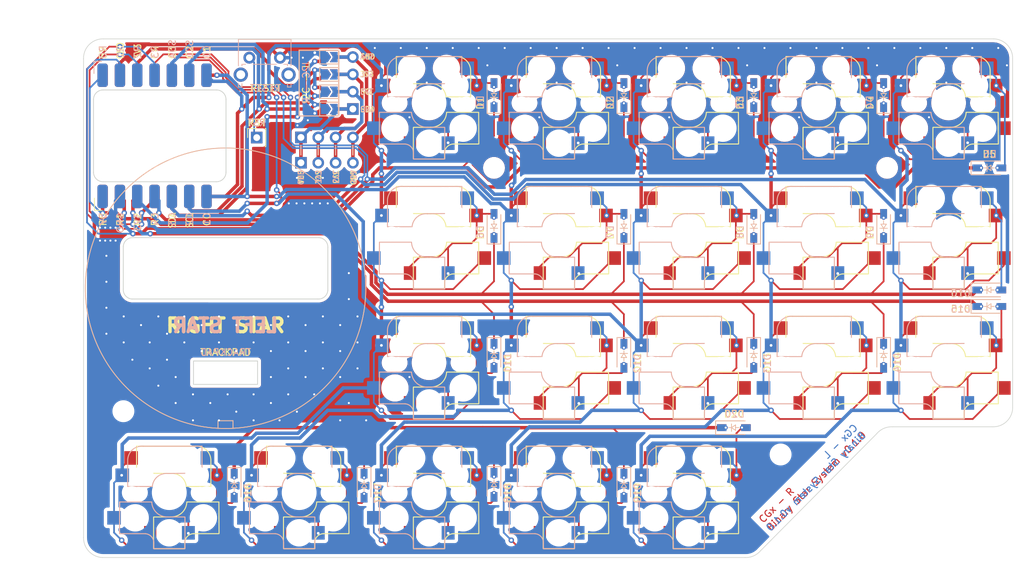
<source format=kicad_pcb>
(kicad_pcb (version 20211014) (generator pcbnew)
  (layers (0 "F.Cu" signal) (31 "B.Cu" signal) (34 "B.Paste" user) (35 "F.Paste" user) (36 "B.SilkS" user "B.Silkscreen") (37 "F.SilkS" user "F.Silkscreen") (38 "B.Mask" user) (39 "F.Mask" user) (44 "Edge.Cuts" user))
  (net 0 "")
  (net 1 "ROW0")
  (net 2 "Net-(D1-Pad2)")
  (net 3 "Net-(D2-Pad2)")
  (net 4 "Net-(D3-Pad2)")
  (net 5 "Net-(D4-Pad2)")
  (net 6 "Net-(D5-Pad2)")
  (net 7 "ROW1")
  (net 8 "Net-(D6-Pad2)")
  (net 9 "Net-(D7-Pad2)")
  (net 10 "Net-(D8-Pad2)")
  (net 11 "Net-(D9-Pad2)")
  (net 12 "Net-(D10-Pad2)")
  (net 13 "ROW2")
  (net 14 "Net-(D11-Pad2)")
  (net 15 "Net-(D12-Pad2)")
  (net 16 "Net-(D13-Pad2)")
  (net 17 "Net-(D14-Pad2)")
  (net 18 "Net-(D15-Pad2)")
  (net 19 "ROW3")
  (net 20 "Net-(D16-Pad2)")
  (net 21 "Net-(D17-Pad2)")
  (net 22 "Net-(D18-Pad2)")
  (net 23 "Net-(D19-Pad2)")
  (net 24 "Net-(D20-Pad2)")
  (net 25 "COL0")
  (net 26 "COL1")
  (net 27 "COL2")
  (net 28 "COL3")
  (net 29 "COL4")
  (net 30 "SDA")
  (net 31 "SCL")
  (net 33 "I2C.1")
  (net 34 "I2C.2")
  (net 35 "I2C.3")
  (net 36 "I2C.4")
  (net 37 "GND")
  (net 38 "+3V3")
  (net 39 "Net-(J4-Pad1)")
  (footprint "MountingHole:MountingHole_2.2mm_M2" (layer "F.Cu") (at 154.051 54.102)
    (fp_text reference "Ref**" hide)
    (fp_text value "Val**")
  )
  (footprint "kbd:CherryMX_MidHeight_Choc_Hotswap" (layer "F.Cu") (at 144.526 82.677)
    (fp_text reference "SW11" hide)
    (fp_text value "Hot Swap" hide)
  )
  (footprint "cgx:D_SOD-123" (layer "F.Cu") (at 192.151 81.661 -90)
    (fp_text reference "D13")
    (fp_text value "D")
  )
  (footprint "cgx:D_SOD-123" (layer "F.Cu") (at 211.201 43.434 90)
    (fp_text reference "D4")
    (fp_text value "D")
  )
  (footprint "kbd:CherryMX_MidHeight_Choc_Hotswap" (layer "F.Cu") (at 144.526 44.577)
    (fp_text reference "SW1" hide)
    (fp_text value "Hot Swap" hide)
  )
  (footprint "cgx:D_SOD-123" (layer "F.Cu") (at 154.051 62.611 90)
    (fp_text reference "D6")
    (fp_text value "D")
  )
  (footprint "kbd:CherryMX_MidHeight_Choc_Hotswap" (layer "F.Cu") (at 125.476 101.727)
    (fp_text reference "SW17" hide)
    (fp_text value "Hot Swap" hide)
  )
  (footprint "kbd:CherryMX_MidHeight_Choc_Hotswap" (layer "F.Cu") (at 182.626 82.677)
    (fp_text reference "SW13" hide)
    (fp_text value "Hot Swap" hide)
  )
  (footprint "kbd:CherryMX_MidHeight_Choc_Hotswap" (layer "F.Cu") (at 201.676 63.627)
    (fp_text reference "SW9" hide)
    (fp_text value "Hot Swap" hide)
  )
  (footprint "kbd:CherryMX_MidHeight_Choc_Hotswap" (layer "F.Cu") (at 182.626 44.577)
    (fp_text reference "SW3" hide)
    (fp_text value "Hot Swap" hide)
  )
  (footprint "kbd:CherryMX_MidHeight_Choc_Hotswap" (layer "F.Cu") (at 144.526 63.627)
    (fp_text reference "SW6" hide)
    (fp_text value "Hot Swap" hide)
  )
  (footprint "kbd:CherryMX_MidHeight_Choc_Hotswap" (layer "F.Cu") (at 182.626 63.627)
    (fp_text reference "SW8" hide)
    (fp_text value "Hot Swap" hide)
  )
  (footprint "Connector_PinSocket_2.54mm:PinSocket_1x01_P2.54mm_Vertical" (layer "F.Cu") (at 119.253 49.657 90)
    (fp_text reference "J4" hide)
    (fp_text value "RESET")
  )
  (footprint "cgx:D_SOD-123" (layer "F.Cu") (at 173.101 81.661 -90)
    (fp_text reference "D12")
    (fp_text value "D")
  )
  (footprint "kbd:CherryMX_MidHeight_Choc_Hotswap" (layer "F.Cu") (at 220.726 44.577)
    (fp_text reference "SW5" hide)
    (fp_text value "Hot Swap" hide)
  )
  (footprint "cgx:D_SOD-123" (layer "F.Cu") (at 154.051 43.434 90)
    (fp_text reference "D1")
    (fp_text value "D")
  )
  (footprint "cgx:D_SOD-123" (layer "F.Cu") (at 192.151 62.611 90)
    (fp_text reference "D8")
    (fp_text value "D")
  )
  (footprint "cgx:D_SOD-123" (layer "F.Cu") (at 173.101 43.434 90)
    (fp_text reference "D2")
    (fp_text value "D")
  )
  (footprint "Jumper:SolderJumper-2_P1.3mm_Open_TrianglePad1.0x1.5mm" (layer "F.Cu") (at 129.884 37.846)
    (fp_text reference "JP5" hide)
    (fp_text value "F.SDA")
  )
  (footprint "Jumper:SolderJumper-2_P1.3mm_Open_TrianglePad1.0x1.5mm" (layer "F.Cu") (at 129.884 40.386)
    (fp_text reference "JP6" hide)
    (fp_text value "F.SCL")
  )
  (footprint "cgx:D_SOD-123" (layer "F.Cu") (at 135.001 100.711 -90)
    (fp_text reference "D17")
    (fp_text value "D")
  )
  (footprint "kbd:CherryMX_MidHeight_Choc_Hotswap" (layer "F.Cu") (at 163.576 44.577)
    (fp_text reference "SW2" hide)
    (fp_text value "Hot Swap" hide)
  )
  (footprint "cgx:D_SOD-123" (layer "F.Cu") (at 226.695 74.422)
    (fp_text reference "D15")
    (fp_text value "D")
  )
  (footprint "cgx:D_SOD-123" (layer "F.Cu") (at 173.101 62.611 90)
    (fp_text reference "D7")
    (fp_text value "D")
  )
  (footprint "cgx:D_SOD-123" (layer "F.Cu") (at 226.695 72.009)
    (fp_text reference "D10")
    (fp_text value "D")
  )
  (footprint "kbd:CherryMX_MidHeight_Choc_Hotswap" (layer "F.Cu") (at 144.526 101.727)
    (fp_text reference "SW18" hide)
    (fp_text value "Hot Swap" hide)
  )
  (footprint "Jumper:SolderJumper-2_P1.3mm_Open_TrianglePad1.0x1.5mm" (layer "F.Cu") (at 129.884 45.466)
    (fp_text reference "JP8" hide)
    (fp_text value "F.GND")
  )
  (footprint "Jumper:SolderJumper-2_P1.3mm_Open_TrianglePad1.0x1.5mm" (layer "F.Cu") (at 129.884 42.926)
    (fp_text reference "JP7" hide)
    (fp_text value "F.3V3")
  )
  (footprint "MountingHole:MountingHole_2.2mm_M2" (layer "F.Cu") (at 196.088 96.139)
    (fp_text reference "Ref**" hide)
    (fp_text value "Val**")
  )
  (footprint "cgx:cirque35" (layer "F.Cu") (at 114.681 71.755 90)
    (fp_text reference "REF**" hide)
    (fp_text value "cirque35")
    (fp_line (start -1.580787 13.546068) (end -1.579 -13.716) (layer "Edge.Cuts") (width 0.12))
    (fp_line (start 7.423102 -13.546432) (end 7.418732 13.714067) (layer "Edge.Cuts") (width 0.12))
    (fp_line (start -0.127 -15) (end 6.139102 -14.998432) (layer "Edge.Cuts") (width 0.12))
    (fp_line (start 5.966732 14.998067) (end -0.296787 14.998068) (layer "Edge.Cuts") (width 0.12))
    (fp_rect (start -14.097 -4.699) (end -10.668 4.699) (layer "Edge.Cuts") (width 0.12) (fill none))
    (fp_arc (start -1.579 -13.716) (mid -1.118925 -14.658719) (end -0.127 -15) (layer "Edge.Cuts") (width 0.12))
    (fp_arc (start 6.139102 -14.998432) (mid 7.081825 -14.538362) (end 7.423102 -13.546432) (layer "Edge.Cuts") (width 0.12))
    (fp_arc (start 7.418732 13.714067) (mid 6.958658 14.656785) (end 5.966732 14.998067) (layer "Edge.Cuts") (width 0.12))
    (fp_arc (start -0.296787 14.998068) (mid -1.239506 14.537993) (end -1.580787 13.546068) (layer "Edge.Cuts") (width 0.12))
  )
  (footprint "kbd:CherryMX_MidHeight_Choc_Hotswap" (layer "F.Cu") (at 220.726 82.677)
    (fp_text reference "SW15" hide)
    (fp_text value "Hot Swap" hide)
  )
  (footprint "cgx:D_SOD-123" (layer "F.Cu") (at 211.201 62.611 90)
    (fp_text reference "D9")
    (fp_text value "D")
  )
  (footprint "kbd:CherryMX_MidHeight_Choc_Hotswap" (layer "F.Cu") (at 106.426 101.727)
    (fp_text reference "SW16" hide)
    (fp_text value "Hot Swap" hide)
  )
  (footprint "cgx:D_SOD-123" (layer "F.Cu") (at 154.051 81.661 -90)
    (fp_text reference "D11")
    (fp_text value "D")
  )
  (footprint "cgx:D_SOD-123" (layer "F.Cu") (at 173.101 100.711 -90)
    (fp_text reference "D19")
    (fp_text value "D")
  )
  (footprint "kbd:CherryMX_MidHeight_Choc_Hotswap" (layer "F.Cu") (at 201.676 44.577)
    (fp_text reference "SW4" hide)
    (fp_text value "Hot Swap" hide)
  )
  (footprint "kbd:CherryMX_MidHeight_Choc_Hotswap" (layer "F.Cu") (at 182.626 101.727)
    (fp_text reference "SW20" hide)
    (fp_text value "Hot Swap" hide)
  )
  (footprint "MountingHole:MountingHole_2.2mm_M2" (layer "F.Cu") (at 211.709 54.102)
    (fp_text reference "Ref**" hide)
    (fp_text value "Val**")
  )
  (footprint "cgx:PinSocket_1x04_P2.54mm_Vertical" (layer "F.Cu") (at 125.74 49.632 90)
    (fp_text reference "J2" hide)
    (fp_text value "I2C")
  )
  (footprint "cgx:PinSocket_1x04_P2.54mm_Vertical" (layer "F.Cu") (at 133.35 45.466 180)
    (fp_text reference "J1" hide)
    (fp_text value "I2C")
  )
  (footprint "kbd:CherryMX_MidHeight_Choc_Hotswap" (layer "F.Cu") (at 163.576 63.627)
    (fp_text reference "SW7" hide)
    (fp_text value "Hot Swap" hide)
  )
  (footprint "cgx:D_SOD-123" (layer "F.Cu") (at 211.201 81.661 -90)
    (fp_text reference "D14")
    (fp_text value "D")
  )
  (footprint "cgx:D_SOD-123" (layer "F.Cu") (at 115.951 100.711 -90)
    (fp_text reference "D16")
    (fp_text value "D")
  )
  (footprint "cgx:D_SOD-123" (layer "F.Cu") (at 189.23 92.202)
    (fp_text reference "D20")
    (fp_text value "D")
  )
  (footprint "kbd:CherryMX_MidHeight_Choc_Hotswap" (layer "F.Cu") (at 163.576 82.677)
    (fp_text reference "SW12" hide)
    (fp_text value "Hot Swap" hide)
  )
  (footprint "kbd:CherryMX_MidHeight_Choc_Hotswap" (layer "F.Cu") (at 220.726 63.627)
    (fp_text reference "SW10" hide)
    (fp_text value "Hot Swap" hide)
  )
  (footprint "kbd:CherryMX_MidHeight_Choc_Hotswap" (layer "F.Cu") (at 201.676 82.677)
    (fp_text reference "SW14" hide)
    (fp_text value "Hot Swap" hide)
  )
  (footprint "cgx:PinSocket_1x04_P2.54mm_Vertical" (layer "F.Cu") (at 125.74 53.35 90)
    (fp_text reference "J3" hide)
    (fp_text value "I2C")
  )
  (footprint "cgx:XIAO_Profile" (layer "F.Cu") (at 93.791 58.293 90)
    (fp_text reference "U1" hide)
    (fp_text value "XIAO_Profile")
    (fp_line (start 2.159 2.921) (end 2.159 19.558) (layer "Edge.Cuts") (width 0.12))
    (fp_line (start 15.621 19.558) (end 15.621 2.921) (layer "Edge.Cuts") (width 0.12))
    (fp_line (start 14.224 1.524) (end 3.556 1.524) (layer "Edge.Cuts") (width 0.12))
    (fp_line (start 3.556 20.955) (end 14.224 20.955) (layer "Edge.Cuts") (width 0.12))
    (fp_arc (start 3.556 20.955) (mid 2.568172 20.545828) (end 2.159 19.558) (layer "Edge.Cuts") (width 0.12))
    (fp_arc (start 14.224 1.524) (mid 15.211828 1.933172) (end 15.621 2.921) (layer "Edge.Cuts") (width 0.12))
    (fp_arc (start 2.159 2.921) (mid 2.568172 1.933172) (end 3.556 1.524) (layer "Edge.Cuts") (width 0.12))
    (fp_arc (start 15.621 19.558) (mid 15.211828 20.545828) (end 14.224 20.955) (layer "Edge.Cuts") (width 0.12))
  )
  (footprint "cgx:D_SOD-123" (layer "F.Cu") (at 226.695 54.102)
    (fp_text reference "D5")
    (fp_text value "D")
  )
  (footprint "MountingHole:MountingHole_2.2mm_M2" (layer "F.Cu") (at 99.695 89.789)
    (fp_text reference "Refe" hide)
    (fp_text value "Val**")
  )
  (footprint "cgx:D_SOD-123" (layer "F.Cu") (at 154.051 100.584 -90)
    (fp_text reference "D18")
    (fp_text value "D")
  )
  (footprint "cgx:D_SOD-123" (layer "F.Cu") (at 192.151 43.434 90)
    (fp_text reference "D3")
    (fp_text value "D")
  )
  (footprint "kbd:CherryMX_MidHeight_Choc_Hotswap" (layer "F.Cu") (at 163.576 101.727)
    (fp_text reference "SW19" hide)
    (fp_text value "Hot Swap" hide)
  )
  (footprint "Jumper:SolderJumper-2_P1.3mm_Open_TrianglePad1.0x1.5mm" (layer "B.Cu") (at 129.884 40.396)
    (fp_text reference "JP2" hide)
    (fp_text value "B.3V3")
  )
  (footprint "Jumper:SolderJumper-2_P1.3mm_Open_TrianglePad1.0x1.5mm" (layer "B.Cu") (at 129.884 45.476)
    (fp_text reference "JP4" hide)
    (fp_text value "B.SDA")
  )
  (footprint "Jumper:SolderJumper-2_P1.3mm_Open_TrianglePad1.0x1.5mm" (layer "B.Cu") (at 129.884 37.856)
    (fp_text reference "JP1" hide)
    (fp_text value "B.GND")
  )
  (footprint "Button_Switch_THT:SW_Tactile_SPST_Angled_PTS645Vx39-2LFS" (layer "B.Cu") (at 122.671 37.9395 180)
    (fp_text reference "SW21" hide)
    (fp_text value "RESET")
  )
  (footprint "Jumper:SolderJumper-2_P1.3mm_Open_TrianglePad1.0x1.5mm" (layer "B.Cu") (at 129.884 42.936)
    (fp_text reference "JP3" hide)
    (fp_text value "B.SCL")
  )
  (gr_line (start 130.81 52.197) (end 130.81 50.8) (layer "B.SilkS") (width 0.15))
  (gr_rect (start 131.284 46.482) (end 125.476 36.846) (layer "B.SilkS") (width 0.15) (fill none))
  (gr_line (start 133.35 52.197) (end 133.35 50.8) (layer "B.SilkS") (width 0.15))
  (gr_line (start 125.73 52.197) (end 125.73 50.8) (layer "B.SilkS") (width 0.15))
  (gr_line (start 128.27 52.197) (end 128.27 50.8) (layer "B.SilkS") (width 0.15))
  (gr_line (start 133.35 50.8) (end 133.35 52.197) (layer "F.SilkS") (width 0.15))
  (gr_line (start 130.81 50.8) (end 130.81 52.197) (layer "F.SilkS") (width 0.15))
  (gr_line (start 125.73 50.8) (end 125.73 52.197) (layer "F.SilkS") (width 0.15))
  (gr_rect (start 131.284 36.846) (end 125.476 46.482) (layer "F.SilkS") (width 0.15) (fill none))
  (gr_line (start 128.27 50.8) (end 128.27 52.197) (layer "F.SilkS") (width 0.15))
  (gr_arc (start 193.167 110.236) (mid 192.13608 111.007514) (end 190.871858 111.252) (layer "Edge.Cuts") (width 0.1))
  (gr_line (start 227.33 35.179) (end 96.774 35.179) (layer "Edge.Cuts") (width 0.1))
  (gr_arc (start 93.853 38.1) (mid 94.686537 36.012537) (end 96.774 35.179) (layer "Edge.Cuts") (width 0.1))
  (gr_line (start 230.126729 89.281) (end 230.124 38.1) (layer "Edge.Cuts") (width 0.1))
  (gr_line (start 193.167 110.236) (end 210.185 93.091) (layer "Edge.Cuts") (width 0.1))
  (gr_line (start 96.647 111.252) (end 190.871858 111.252) (layer "Edge.Cuts") (width 0.1))
  (gr_arc (start 230.126729 89.281) (mid 229.246871 91.285035) (end 227.205729 92.075) (layer "Edge.Cuts") (width 0.1))
  (gr_arc (start 96.647 111.252) (mid 94.655375 110.360271) (end 93.853 108.331) (layer "Edge.Cuts") (width 0.1))
  (gr_arc (start 227.33 35.179) (mid 229.334835 36.058093) (end 230.124 38.1) (layer "Edge.Cuts") (width 0.1))
  (gr_line (start 93.853 38.1) (end 93.853 108.331) (layer "Edge.Cuts") (width 0.1))
  (gr_line (start 212.480142 92.075) (end 227.205729 92.075) (layer "Edge.Cuts") (width 0.1))
  (gr_arc (start 210.185 93.091) (mid 211.21592 92.319486) (end 212.480142 92.075) (layer "Edge.Cuts") (width 0.1))
  (gr_text "CGx - R\nBinary Star System v0.1.0" (at 193.675 106.553 45) (layer "F.Cu") (effects (font (size 1 1)) (justify left)))
  (gr_text "CGx - L\nBinary Star System v0.1.0" (at 207.772 92.456 45) (layer "B.Cu") (effects (font (size 1 1)) (justify left mirror)))
  (gr_text "I2C - R" (at 126.492 41.656 90) (layer "B.SilkS") (effects (font (size 1 1)) (justify mirror)))
  (gr_text "LEFT STAR" (at 114.663089 77.216) (layer "B.SilkS") (effects (font (size 2 2) (thickness 0.5)) (justify mirror)))
  (gr_text "RST" (at 119.253 47.498) (layer "B.SilkS") (effects (font (size 1 1)) (justify mirror)))
  (gr_text "TRACKPAD" (at 114.681 81.153) (layer "B.SilkS") (effects (font (size 1 1)) (justify mirror)))
  (gr_text "SDA\n\nSCL\n\n3V3\n\nGND" (at 134.366 41.656) (layer "B.SilkS") (effects (font (size 0.8 0.7)) (justify right mirror)))
  (gr_text "SDA\n\nSCL\n\n3V3\n\nGND" (at 129.54 54.356 270) (layer "B.SilkS") (effects (font (size 0.8 0.7)) (justify right mirror)))
  (gr_text "RESET" (at 120.523 42.418) (layer "B.SilkS") (effects (font (size 1 1)) (justify mirror)))
  (gr_text "GND\n\n3V3\n\nSCL\n\nSDA" (at 134.366 41.656) (layer "F.SilkS") (effects (font (size 0.8 0.7)) (justify left)))
  (gr_text "RESET" (at 120.523 42.418) (layer "F.SilkS") (effects (font (size 1 1))))
  (gr_text "RIGHT STAR" (at 114.681 77.216) (layer "F.SilkS") (effects (font (size 2 2) (thickness 0.5))))
  (gr_text "GND\n\n3V3\n\nSCL\n\nSDA" (at 129.54 54.356 270) (layer "F.SilkS") (effects (font (size 0.8 0.7)) (justify left)))
  (gr_text "I2C - L" (at 126.492 41.656 90) (layer "F.SilkS") (effects (font (size 1 1))))
  (gr_text "RST" (at 119.253 47.498) (layer "F.SilkS") (effects (font (size 1 1))))
  (gr_text "TRACKPAD" (at 114.681 81.153) (layer "F.SilkS") (effects (font (size 1 1))))
  (segment (start 152.908 56.896) (end 150.114 54.102) (width 0.508) (layer "F.Cu") (net 1))
  (segment (start 206.883 54.102) (end 207.01 54.102) (width 0.254) (layer "F.Cu") (net 1))
  (segment (start 207.772 54.102) (end 210.566 56.896) (width 0.508) (layer "F.Cu") (net 1))
  (segment (start 104.373927 61.559511) (end 99.539174 61.559511) (width 0.508) (layer "F.Cu") (net 1))
  (segment (start 189.738 54.102) (end 170.688 54.102) (width 0.508) (layer "F.Cu") (net 1))
  (segment (start 154.051 49.403) (end 154.051 45.209) (width 0.254) (layer "F.Cu") (net 1))
  (segment (start 96.647 60.706) (end 96.647 58.293) (width 0.508) (layer "F.Cu") (net 1))
  (segment (start 136.271 56.085837) (end 135.800326 56.556511) (width 0.508) (layer "F.Cu") (net 1))
  (segment (start 192.151 45.209) (end 192.151 51.689) (width 0.254) (layer "F.Cu") (net 1))
  (segment (start 99.539174 61.559511) (end 98.685663 60.706) (width 0.508) (layer "F.Cu") (net 1))
  (segment (start 207.01 54.102) (end 211.201 49.911) (width 0.254) (layer "F.Cu") (net 1))
  (segment (start 212.852 56.896) (end 215.646 54.102) (width 0.508) (layer "F.Cu") (net 1))
  (segment (start 173.101 51.689) (end 170.688 54.102) (width 0.254) (layer "F.Cu") (net 1))
  (segment (start 206.883 54.102) (end 189.738 54.102) (width 0.508) (layer "F.Cu") (net 1))
  (segment (start 211.201 49.911) (end 211.201 45.209) (width 0.254) (layer "F.Cu") (net 1))
  (segment (start 173.101 45.209) (end 173.101 51.689) (width 0.254) (layer "F.Cu") (net 1))
  (segment (start 157.988 54.102) (end 155.194 56.896) (width 0.508) (layer "F.Cu") (net 1))
  (segment (start 137.258163 54.102) (end 136.271 55.089163) (width 0.508) (layer "F.Cu") (net 1))
  (segment (start 98.685663 60.706) (end 96.647 60.706) (width 0.508) (layer "F.Cu") (net 1))
  (segment (start 210.566 56.896) (end 212.852 56.896) (width 0.508) (layer "F.Cu") (net 1))
  (segment (start 155.194 56.896) (end 152.908 56.896) (width 0.508) (layer "F.Cu") (net 1))
  (segment (start 135.800326 56.556511) (end 135.7557 56.556511) (width 0.508) (layer "F.Cu") (net 1))
  (segment (start 215.646 54.102) (end 224.92 54.102) (width 0.508) (layer "F.Cu") (net 1))
  (segment (start 135.7557 56.556511) (end 129.92863 62.38358) (width 0.508) (layer "F.Cu") (net 1))
  (segment (start 149.352 54.102) (end 154.051 49.403) (width 0.254) (layer "F.Cu") (net 1))
  (segment (start 206.883 54.102) (end 207.772 54.102) (width 0.508) (layer "F.Cu") (net 1))
  (segment (start 136.271 55.089163) (end 136.271 56.085837) (width 0.508) (layer "F.Cu") (net 1))
  (segment (start 129.92863 62.38358) (end 105.197996 62.38358) (width 0.508) (layer "F.Cu") (net 1))
  (segment (start 105.197996 62.38358) (end 104.373927 61.559511) (width 0.508) (layer "F.Cu") (net 1))
  (segment (start 150.114 54.102) (end 149.352 54.102) (width 0.508) (layer "F.Cu") (net 1))
  (segment (start 170.688 54.102) (end 157.988 54.102) (width 0.508) (layer "F.Cu") (net 1))
  (segment (start 192.151 51.689) (end 189.738 54.102) (width 0.254) (layer "F.Cu") (net 1))
  (segment (start 149.352 54.102) (end 137.258163 54.102) (width 0.508) (layer "F.Cu") (net 1))
  (via (at 96.647 60.706) (size 0.8) (drill 0.4) (layers "F.Cu" "B.Cu") (net 1))
  (segment (start 96.415627 60.706) (end 96.647 60.706) (width 0.254) (layer "B.Cu") (net 1))
  (segment (start 94.76452 42.39548) (end 94.76452 59.054893) (width 0.254) (layer "B.Cu") (net 1))
  (segment (start 96.647 40.513) (end 94.76452 42.39548) (width 0.254) (layer "B.Cu") (net 1))
  (segment (start 94.76452 59.054893) (end 96.415627 60.706) (width 0.254) (layer "B.Cu") (net 1))
  (segment (start 151.511 45.339) (end 150.749 46.101) (width 0.254) (layer "F.Cu") (net 2))
  (segment (start 147.828 46.101) (end 147.32 46.609) (width 0.254) (layer "F.Cu") (net 2))
  (segment (start 151.511 42.122) (end 151.511 45.339) (width 0.254) (layer "F.Cu") (net 2))
  (segment (start 141.726 49.562) (end 141.726 50.477) (width 0.254) (layer "F.Cu") (net 2))
  (segment (start 154.051 41.659) (end 151.804 41.659) (width 0.254) (layer "F.Cu") (net 2))
  (segment (start 151.804 41.659) (end 151.426 42.037) (width 0.254) (layer "F.Cu") (net 2))
  (segment (start 147.32 46.609) (end 145.796 48.133) (width 0.254) (layer "F.Cu") (net 2))
  (segment (start 145.796 48.133) (end 143.155 48.133) (width 0.254) (layer "F.Cu") (net 2))
  (segment (start 147.32 50.419) (end 147.32 46.609) (width 0.254) (layer "F.Cu") (net 2))
  (segment (start 143.155 48.133) (end 141.726 49.562) (width 0.254) (layer "F.Cu") (net 2))
  (segment (start 150.749 46.101) (end 147.828 46.101) (width 0.254) (layer "F.Cu") (net 2))
  (via (at 151.511 42.037) (size 0.8) (drill 0.4) (layers "F.Cu" "B.Cu") (net 2))
  (via locked (at 147.32 50.419) (size 0.8) (drill 0.4) (layers "F.Cu" "B.Cu") (net 2))
  (segment (start 151.511 40.882) (end 150.126 39.497) (width 0.254) (layer "B.Cu") (net 2))
  (segment (start 151.511 42.037) (end 151.511 40.882) (width 0.254) (layer "B.Cu") (net 2))
  (segment (start 166.878 46.101) (end 166.497 46.482) (width 0.254) (layer "F.Cu") (net 3))
  (segment (start 160.776 49.536) (end 160.776 50.477) (width 0.254) (layer "F.Cu") (net 3))
  (segment (start 170.561 42.122) (end 170.561 45.212) (width 0.254) (layer "F.Cu") (net 3))
  (segment (start 170.939 41.659) (end 170.561 42.037) (width 0.254) (layer "F.Cu") (net 3))
  (segment (start 166.497 46.482) (end 164.846 48.133) (width 0.254) (layer "F.Cu") (net 3))
  (segment (start 162.179 48.133) (end 160.776 49.536) (width 0.254) (layer "F.Cu") (net 3))
  (segment (start 173.101 41.659) (end 170.939 41.659) (width 0.254) (layer "F.Cu") (net 3))
  (segment (start 166.402 46.577) (end 166.497 46.482) (width 0.254) (layer "F.Cu") (net 3))
  (segment (start 164.846 48.133) (end 162.179 48.133) (width 0.254) (layer "F.Cu") (net 3))
  (segment (start 169.672 46.101) (end 166.878 46.101) (width 0.254) (layer "F.Cu") (net 3))
  (segment (start 170.561 45.212) (end 169.672 46.101) (width 0.254) (layer "F.Cu") (net 3))
  (segment (start 166.402 50.451) (end 166.402 46.577) (width 0.254) (layer "F.Cu") (net 3))
  (via (at 166.402 50.451) (size 0.8) (drill 0.4) (layers "F.Cu" "B.Cu") (net 3))
  (via (at 170.561 42.037) (size 0.8) (drill 0.4) (layers "F.Cu" "B.Cu") (net 3))
  (segment (start 170.561 40.882) (end 169.176 39.497) (width 0.254) (layer "B.Cu") (net 3))
  (segment (start 170.561 42.037) (end 170.561 40.882) (width 0.254) (layer "B.Cu") (net 3))
  (segment (start 185.547 46.609) (end 184.023 48.133) (width 0.254) (layer "F.Cu") (net 4))
  (segment (start 185.42 50.419) (end 185.42 46.736) (width 0.254) (layer "F.Cu") (net 4))
  (segment (start 188.849 46.101) (end 186.055 46.101) (width 0.254) (layer "F.Cu") (net 4))
  (segment (start 192.151 41.659) (end 189.904 41.659) (width 0.254) (layer "F.Cu") (net 4))
  (segment (start 186.055 46.101) (end 185.547 46.609) (width 0.254) (layer "F.Cu") (net 4))
  (segment (start 189.611 45.339) (end 188.849 46.101) (width 0.254) (layer "F.Cu") (net 4))
  (segment (start 185.42 46.736) (end 185.547 46.609) (width 0.254) (layer "F.Cu") (net 4))
  (segment (start 184.023 48.133) (end 181.229 48.133) (width 0.254) (layer "F.Cu") (net 4))
  (segment (start 181.229 48.133) (end 179.826 49.536) (width 0.254) (layer "F.Cu") (net 4))
  (segment (start 189.904 41.659) (end 189.526 42.037) (width 0.254) (layer "F.Cu") (net 4))
  (segment (start 189.611 42.037) (end 189.611 45.339) (width 0.254) (layer "F.Cu") (net 4))
  (segment (start 179.826 49.536) (end 179.826 50.477) (width 0.254) (layer "F.Cu") (net 4))
  (via (at 189.611 42.037) (size 0.8) (drill 0.4) (layers "F.Cu" "B.Cu") (net 4))
  (via (at 185.42 50.419) (size 0.8) (drill 0.4) (layers "F.Cu" "B.Cu") (net 4))
  (segment (start 189.611 40.882) (end 188.226 39.497) (width 0.254) (layer "B.Cu") (net 4))
  (segment (start 189.611 42.037) (end 189.611 40.882) (width 0.254) (layer "B.Cu") (net 4))
  (segment (start 204.5335 46.6725) (end 203.073 48.133) (width 0.254) (layer "F.Cu") (net 5))
  (segment (start 205.105 46.101) (end 204.5335 46.6725) (width 0.254) (layer "F.Cu") (net 5))
  (segment (start 208.661 45.339) (end 207.899 46.101) (width 0.254) (layer "F.Cu") (net 5))
  (segment (start 211.201 41.659) (end 209.039 41.659) (width 0.254) (layer "F.Cu") (net 5))
  (segment (start 208.661 42.122) (end 208.661 45.339) (width 0.254) (layer "F.Cu") (net 5))
  (segment (start 209.039 41.659) (end 208.661 42.037) (width 0.254) (layer "F.Cu") (net 5))
  (segment (start 207.899 46.101) (end 205.105 46.101) (width 0.254) (layer "F.Cu") (net 5))
  (segment (start 204.47 46.736) (end 204.5335 46.6725) (width 0.254) (layer "F.Cu") (net 5))
  (segment (start 200.279 48.133) (end 198.876 49.536) (width 0.254) (layer "F.Cu") (net 5))
  (segment (start 203.073 48.133) (end 200.279 48.133) (width 0.254) (layer "F.Cu") (net 5))
  (segment (start 198.876 49.536) (end 198.876 50.477) (width 0.254) (layer "F.Cu") (net 5))
  (segment (start 204.47 50.419) (end 204.47 46.736) (width 0.254) (layer "F.Cu") (net 5))
  (via (at 208.661 42.037) (size 0.8) (drill 0.4) (layers "F.Cu" "B.Cu") (net 5))
  (via (at 204.47 50.419) (size 0.8) (drill 0.4) (layers "F.Cu" "B.Cu") (net 5))
  (segment (start 208.661 40.882) (end 207.276 39.497) (width 0.254) (layer "B.Cu") (net 5))
  (segment (start 208.661 42.037) (end 208.661 40.882) (width 0.254) (layer "B.Cu") (net 5))
  (segment (start 227.711 45.339) (end 226.949 46.101) (width 0.254) (layer "F.Cu") (net 6))
  (segment (start 217.926 49.536) (end 217.926 50.477) (width 0.254) (layer "F.Cu") (net 6))
  (segment (start 219.329 48.133) (end 217.926 49.536) (width 0.254) (layer "F.Cu") (net 6))
  (segment (start 227.711 42.037) (end 227.711 45.339) (width 0.254) (layer "F.Cu") (net 6))
  (segment (start 222.1865 48.133) (end 219.329 48.133) (width 0.254) (layer "F.Cu") (net 6))
  (segment (start 223.52 46.863) (end 223.48825 46.83125) (width 0.254) (layer "F.Cu") (net 6))
  (segment (start 226.949 46.101) (end 224.2185 46.101) (width 0.254) (layer "F.Cu") (net 6))
  (segment (start 224.2185 46.101) (end 223.48825 46.83125) (width 0.254) (layer "F.Cu") (net 6))
  (segment (start 223.52 50.419) (end 223.52 46.863) (width 0.254) (layer "F.Cu") (net 6))
  (segment (start 223.48825 46.83125) (end 222.1865 48.133) (width 0.254) (layer "F.Cu") (net 6))
  (via (at 227.711 42.037) (size 0.8) (drill 0.4) (layers "F.Cu" "B.Cu") (net 6))
  (via locked (at 223.52 50.419) (size 0.8) (drill 0.4) (layers "F.Cu" "B.Cu") (net 6))
  (segment (start 227.711 42.037) (end 228.981211 43.307211) (width 0.254) (layer "B.Cu") (net 6))
  (segment (start 228.981211 43.307211) (end 228.981211 54.101286) (width 0.254) (layer "B.Cu") (net 6))
  (segment (start 226.326 39.497) (end 227.711 40.882) (width 0.254) (layer "B.Cu") (net 6))
  (segment (start 227.711 40.882) (end 227.711 42.037) (width 0.254) (layer "B.Cu") (net 6))
  (segment (start 101.092 63.754) (end 102.362 63.754) (width 0.508) (layer "F.Cu") (net 7))
  (segment (start 173.101 70.739) (end 173.101 64.386) (width 0.254) (layer "F.Cu") (net 7))
  (segment (start 192.151 70.739) (end 192.151 64.386) (width 0.254) (layer "F.Cu") (net 7))
  (segment (start 189.738 72.644) (end 171.196 72.644) (width 0.508) (layer "F.Cu") (net 7))
  (segment (start 224.285 72.644) (end 224.92 72.009) (width 0.508) (layer "F.Cu") (net 7))
  (segment (start 136.737489 70.944826) (end 138.436663 72.644) (width 0.508) (layer "F.Cu") (net 7))
  (segment (start 208.788 72.644) (end 224.285 72.644) (width 0.508) (layer "F.Cu") (net 7))
  (segment (start 99.822 60.706) (end 99.822 58.928) (width 0.508) (layer "F.Cu") (net 7))
  (segment (start 154.051 70.739) (end 154.051 64.386) (width 0.254) (layer "F.Cu") (net 7))
  (segment (start 171.196 72.644) (end 173.101 70.739) (width 0.254) (layer "F.Cu") (net 7))
  (segment (start 211.201 70.739) (end 211.201 64.386) (width 0.254) (layer "F.Cu") (net 7))
  (segment (start 189.738 72.644) (end 190.246 72.644) (width 0.254) (layer "F.Cu") (net 7))
  (segment (start 138.436663 72.644) (end 151.638 72.644) (width 0.508) (layer "F.Cu") (net 7))
  (segment (start 102.362 63.754) (end 103.165511 62.950489) (width 0.508) (layer "F.Cu") (net 7))
  (segment (start 130.4781 63.0411) (end 136.737489 69.300489) (width 0.508) (layer "F.Cu") (net 7))
  (segment (start 151.638 72.644) (end 152.146 72.644) (width 0.254) (layer "F.Cu") (net 7))
  (segment (start 104.35302 63.0411) (end 130.4781 63.0411) (width 0.508) (layer "F.Cu") (net 7))
  (segment (start 136.737489 69.300489) (end 136.737489 70.944826) (width 0.508) (layer "F.Cu") (net 7))
  (segment (start 190.246 72.644) (end 192.151 70.739) (width 0.254) (layer "F.Cu") (net 7))
  (segment (start 171.196 72.644) (end 151.638 72.644) (width 0.508) (layer "F.Cu") (net 7))
  (segment (start 152.146 72.644) (end 154.051 70.739) (width 0.254) (layer "F.Cu") (net 7))
  (segment (start 103.165511 62.950489) (end 104.262409 62.950489) (width 0.508) (layer "F.Cu") (net 7))
  (segment (start 209.296 72.644) (end 211.201 70.739) (width 0.254) (layer "F.Cu") (net 7))
  (segment (start 208.788 72.644) (end 209.296 72.644) (width 0.254) (layer "F.Cu") (net 7))
  (segment (start 99.822 58.928) (end 99.187 58.293) (width 0.508) (layer "F.Cu") (net 7))
  (segment (start 208.788 72.644) (end 189.738 72.644) (width 0.508) (layer "F.Cu") (net 7))
  (segment (start 104.262409 62.950489) (end 104.35302 63.0411) (width 0.508) (layer "F.Cu") (net 7))
  (via (at 99.822 60.706) (size 0.8) (drill 0.4) (layers "F.Cu" "B.Cu") (net 7))
  (via (at 101.092 63.754) (size 0.8) (drill 0.4) (layers "F.Cu" "B.Cu") (net 7))
  (segment (start 94.361 39.624) (end 95.758 38.227) (width 0.254) (layer "B.Cu") (net 7))
  (segment (start 99.822 62.484) (end 99.822 60.706) (width 0.508) (layer "B.Cu") (net 7))
  (segment (start 99.187 38.735) (end 99.187 40.513) (width 0.254) (layer "B.Cu") (net 7))
  (segment (start 98.679 38.227) (end 99.187 38.735) (width 0.254) (layer "B.Cu") (net 7))
  (segment (start 101.092 63.754) (end 99.822 62.484) (width 0.508) (layer "B.Cu") (net 7))
  (segment (start 95.758 38.227) (end 98.679 38.227) (width 0.254) (layer "B.Cu") (net 7))
  (segment (start 94.361 62.103) (end 94.361 39.624) (width 0.254) (layer "B.Cu") (net 7))
  (segment (start 96.012 63.754) (end 94.361 62.103) (width 0.254) (layer "B.Cu") (net 7))
  (segment (start 101.092 63.754) (end 96.012 63.754) (width 0.254) (layer "B.Cu") (net 7))
  (segment (start 147.955 65.151) (end 147.447 65.659) (width 0.254) (layer "F.Cu") (net 8))
  (segment (start 145.923 67.183) (end 143.129 67.183) (width 0.254) (layer "F.Cu") (net 8))
  (segment (start 151.511 61.087) (end 151.511 64.389) (width 0.254) (layer "F.Cu") (net 8))
  (segment (start 151.511 64.389) (end 150.749 65.151) (width 0.254) (layer "F.Cu") (net 8))
  (segment (start 143.129 67.183) (end 141.726 68.586) (width 0.254) (layer "F.Cu") (net 8))
  (segment (start 154.051 60.836) (end 151.677 60.836) (width 0.254) (layer "F.Cu") (net 8))
  (segment (start 141.726 68.586) (end 141.726 69.527) (width 0.254) (layer "F.Cu") (net 8))
  (segment (start 147.32 65.786) (end 147.447 65.659) (width 0.254) (layer "F.Cu") (net 8))
  (segment (start 147.447 65.659) (end 145.923 67.183) (width 0.254) (layer "F.Cu") (net 8))
  (segment (start 147.32 69.596) (end 147.32 65.786) (width 0.254) (layer "F.Cu") (net 8))
  (segment (start 150.749 65.151) (end 147.955 65.151) (width 0.254) (layer "F.Cu") (net 8))
  (segment (start 151.677 60.836) (end 151.426 61.087) (width 0.254) (layer "F.Cu") (net 8))
  (via (at 151.511 61.087) (size 0.8) (drill 0.4) (layers "F.Cu" "B.Cu") (net 8))
  (via (at 147.32 69.596) (size 0.8) (drill 0.4) (layers "F.Cu" "B.Cu") (net 8))
  (segment (start 150.126 58.547) (end 151.511 59.932) (width 0.254) (layer "B.Cu") (net 8))
  (segment (start 151.511 59.932) (end 151.511 61.087) (width 0.254) (layer "B.Cu") (net 8))
  (segment (start 173.101 60.836) (end 170.727 60.836) (width 0.254) (layer "F.Cu") (net 9))
  (segment (start 166.497 69.596) (end 166.497 65.786) (width 0.254) (layer "F.Cu") (net 9))
  (segment (start 169.799 65.151) (end 170.561 64.389) (width 0.254) (layer "F.Cu") (net 9))
  (segment (start 170.561 64.389) (end 170.561 61.087) (width 0.254) (layer "F.Cu") (net 9))
  (segment (start 166.497 65.786) (end 166.4335 65.7225) (width 0.254) (layer "F.Cu") (net 9))
  (segment (start 160.776 69.527) (end 160.776 68.586) (width 0.254) (layer "F.Cu") (net 9))
  (segment (start 166.4335 65.7225) (end 167.005 65.151) (width 0.254) (layer "F.Cu") (net 9))
  (segment (start 170.727 60.836) (end 170.476 61.087) (width 0.254) (layer "F.Cu") (net 9))
  (segment (start 160.776 68.586) (end 162.179 67.183) (width 0.254) (layer "F.Cu") (net 9))
  (segment (start 164.973 67.183) (end 166.4335 65.7225) (width 0.254) (layer "F.Cu") (net 9))
  (segment (start 167.005 65.151) (end 169.799 65.151) (width 0.254) (layer "F.Cu") (net 9))
  (segment (start 162.179 67.183) (end 164.973 67.183) (width 0.254) (layer "F.Cu") (net 9))
  (via (at 166.497 69.596) (size 0.8) (drill 0.4) (layers "F.Cu" "B.Cu") (net 9))
  (via (at 170.561 61.087) (size 0.8) (drill 0.4) (layers "F.Cu" "B.Cu") (net 9))
  (segment (start 169.176 58.547) (end 170.561 59.932) (width 0.254) (layer "B.Cu") (net 9))
  (segment (start 170.561 59.932) (end 170.561 61.087) (width 0.254) (layer "B.Cu") (net 9))
  (segment (start 184.02431 67.183) (end 181.229 67.183) (width 0.254) (layer "F.Cu") (net 10))
  (segment (start 188.849 65.151) (end 186.05631 65.151) (width 0.254) (layer "F.Cu") (net 10))
  (segment (start 189.526 64.474) (end 188.849 65.151) (width 0.254) (layer "F.Cu") (net 10))
  (segment (start 189.526 61.087) (end 189.526 64.474) (width 0.254) (layer "F.Cu") (net 10))
  (segment (start 185.547655 65.659655) (end 184.02431 67.183) (width 0.254) (layer "F.Cu") (net 10))
  (segment (start 192.151 60.836) (end 189.777 60.836) (width 0.254) (layer "F.Cu") (net 10))
  (segment (start 185.42 69.596) (end 185.42 65.78731) (width 0.254) (layer "F.Cu") (net 10))
  (segment (start 181.229 67.183) (end 179.826 68.586) (width 0.254) (layer "F.Cu") (net 10))
  (segment (start 179.826 68.586) (end 179.826 69.527) (width 0.254) (layer "F.Cu") (net 10))
  (segment (start 186.05631 65.151) (end 185.547655 65.659655) (width 0.254) (layer "F.Cu") (net 10))
  (segment (start 185.42 65.78731) (end 185.547655 65.659655) (width 0.254) (layer "F.Cu") (net 10))
  (segment (start 189.777 60.836) (end 189.526 61.087) (width 0.254) (layer "F.Cu") (net 10))
  (via (at 189.611 61.087) (size 0.8) (drill 0.4) (layers "F.Cu" "B.Cu") (net 10))
  (via (at 185.42 69.596) (size 0.8) (drill 0.4) (layers "F.Cu" "B.Cu") (net 10))
  (segment (start 188.226 58.547) (end 189.611 59.932) (width 0.254) (layer "B.Cu") (net 10))
  (segment (start 189.611 59.932) (end 189.611 61.087) (width 0.254) (layer "B.Cu") (net 10))
  (segment (start 204.47 65.786) (end 204.5335 65.7225) (width 0.254) (layer "F.Cu") (net 11))
  (segment (start 200.279 67.183) (end 198.876 68.586) (width 0.254) (layer "F.Cu") (net 11))
  (segment (start 208.827 60.836) (end 208.576 61.087) (width 0.254) (layer "F.Cu") (net 11))
  (segment (start 208.661 61.087) (end 208.661 64.389) (width 0.254) (layer "F.Cu") (net 11))
  (segment (start 203.073 67.183) (end 200.279 67.183) (width 0.254) (layer "F.Cu") (net 11))
  (segment (start 207.899 65.151) (end 205.105 65.151) (width 0.254) (layer "F.Cu") (net 11))
  (segment (start 208.661 64.389) (end 207.899 65.151) (width 0.254) (layer "F.Cu") (net 11))
  (segment (start 204.5335 65.7225) (end 203.073 67.183) (width 0.254) (layer "F.Cu") (net 11))
  (segment (start 204.47 69.596) (end 204.47 65.786) (width 0.254) (layer "F.Cu") (net 11))
  (segment (start 211.201 60.836) (end 208.827 60.836) (width 0.254) (layer "F.Cu") (net 11))
  (segment (start 198.876 68.586) (end 198.876 69.527) (width 0.254) (layer "F.Cu") (net 11))
  (segment (start 205.105 65.151) (end 204.5335 65.7225) (width 0.254) (layer "F.Cu") (net 11))
  (via (at 204.47 69.596) (size 0.8) (drill 0.4) (layers "F.Cu" "B.Cu") (net 11))
  (via (at 208.661 61.087) (size 0.8) (drill 0.4) (layers "F.Cu" "B.Cu") (net 11))
  (segment (start 207.276 58.547) (end 208.661 59.932) (width 0.254) (layer "B.Cu") (net 11))
  (segment (start 208.661 59.932) (end 208.661 61.087) (width 0.254) (layer "B.Cu") (net 11))
  (segment (start 219.329 67.183) (end 217.926 68.586) (width 0.254) (layer "F.Cu") (net 12))
  (segment (start 217.926 68.586) (end 217.926 69.527) (width 0.254) (layer "F.Cu") (net 12))
  (segment (start 224.155 65.151) (end 223.52 65.786) (width 0.254) (layer "F.Cu") (net 12))
  (segment (start 227.711 64.389) (end 226.949 65.151) (width 0.254) (layer "F.Cu") (net 12))
  (segment (start 223.52 65.786) (end 222.123 67.183) (width 0.254) (layer "F.Cu") (net 12))
  (segment (start 223.52 69.596) (end 223.52 65.786) (width 0.254) (layer "F.Cu") (net 12))
  (segment (start 227.711 61.087) (end 227.711 64.389) (width 0.254) (layer "F.Cu") (net 12))
  (segment (start 222.123 67.183) (end 219.329 67.183) (width 0.254) (layer "F.Cu") (net 12))
  (segment (start 226.949 65.151) (end 224.155 65.151) (width 0.254) (layer "F.Cu") (net 12))
  (via (at 223.52 69.596) (size 0.8) (drill 0.4) (layers "F.Cu" "B.Cu") (net 12))
  (via (at 227.711 61.087) (size 0.8) (drill 0.4) (layers "F.Cu" "B.Cu") (net 12))
  (segment (start 227.711 59.932) (end 227.711 61.087) (width 0.254) (layer "B.Cu") (net 12))
  (segment (start 226.326 58.547) (end 227.711 59.932) (width 0.254) (layer "B.Cu") (net 12))
  (segment (start 228.47 61.846) (end 228.47 72.009) (width 0.254) (layer "B.Cu") (net 12))
  (segment (start 227.711 61.087) (end 228.47 61.846) (width 0.254) (layer "B.Cu") (net 12))
  (segment (start 138.522789 73.66) (end 152.146 73.66) (width 0.508) (layer "F.Cu") (net 13))
  (segment (start 190.246 73.66) (end 171.196 73.66) (width 0.508) (layer "F.Cu") (net 13))
  (segment (start 94.742 39.773627) (end 94.742 60.452) (width 0.254) (layer "F.Cu") (net 13))
  (segment (start 97.050627 37.465) (end 94.742 39.773627) (width 0.254) (layer "F.Cu") (net 13))
  (segment (start 152.146 73.66) (end 154.051 75.565) (width 0.254) (layer "F.Cu") (net 13))
  (segment (start 190.246 73.66) (end 192.151 75.565) (width 0.254) (layer "F.Cu") (net 13))
  (segment (start 171.196 73.66) (end 152.146 73.66) (width 0.508) (layer "F.Cu") (net 13))
  (segment (start 173.101 75.565) (end 173.101 79.886) (width 0.254) (layer "F.Cu") (net 13))
  (segment (start 103.632 63.754) (end 130.261126 63.754) (width 0.508) (layer "F.Cu") (net 13))
  (segment (start 224.158 73.66) (end 224.92 74.422) (width 0.508) (layer "F.Cu") (net 13))
  (segment (start 136.079969 69.572843) (end 136.079969 71.21718) (width 0.508) (layer "F.Cu") (net 13))
  (segment (start 136.079969 71.21718) (end 138.522789 73.66) (width 0.508) (layer "F.Cu") (net 13))
  (segment (start 99.592406 62.363011) (end 101.092 62.363011) (width 0.254) (layer "F.Cu") (net 13))
  (segment (start 101.092 58.928) (end 101.727 58.293) (width 0.508) (layer "F.Cu") (net 13))
  (segment (start 211.201 75.565) (end 211.201 79.886) (width 0.254) (layer "F.Cu") (net 13))
  (segment (start 154.051 75.565) (end 154.051 79.886) (width 0.254) (layer "F.Cu") (net 13))
  (segment (start 94.742 60.452) (end 95.758 61.468) (width 0.254) (layer "F.Cu") (net 13))
  (segment (start 130.261126 63.754) (end 136.079969 69.572843) (width 0.508) (layer "F.Cu") (net 13))
  (segment (start 192.151 75.565) (end 192.151 79.886) (width 0.254) (layer "F.Cu") (net 13))
  (segment (start 99.187 37.465) (end 97.050627 37.465) (width 0.254) (layer "F.Cu") (net 13))
  (segment (start 98.697395 61.468) (end 99.592406 62.363011) (width 0.254) (layer "F.Cu") (net 13))
  (segment (start 209.296 73.66) (end 224.158 73.66) (width 0.508) (layer "F.Cu") (net 13))
  (segment (start 209.296 73.66) (end 211.201 75.565) (width 0.254) (layer "F.Cu") (net 13))
  (segment (start 95.758 61.468) (end 98.697395 61.468) (width 0.254) (layer "F.Cu") (net 13))
  (segment (start 171.196 73.66) (end 173.101 75.565) (width 0.254) (layer "F.Cu") (net 13))
  (segment (start 209.296 73.66) (end 190.246 73.66) (width 0.508) (layer "F.Cu") (net 13))
  (segment (start 101.092 60.706) (end 101.092 58.928) (width 0.508) (layer "F.Cu") (net 13))
  (via (at 103.632 63.754) (size 0.8) (drill 0.4) (layers "F.Cu" "B.Cu") (net 13))
  (via (at 101.092 62.363011) (size 0.8) (drill 0.4) (layers "F.Cu" "B.Cu") (net 13))
  (via (at 101.092 60.706) (size 0.8) (drill 0.4) (layers "F.Cu" "B.Cu") (net 13))
  (via (at 99.187 37.465) (size 0.8) (drill 0.4) (layers "F.Cu" "B.Cu") (net 13))
  (segment (start 101.727 38.735) (end 101.727 40.513) (width 0.254) (layer "B.Cu") (net 13))
  (segment (start 101.727 38.735) (end 100.457 37.465) (width 0.254) (layer "B.Cu") (net 13))
  (segment (start 100.457 37.465) (end 99.187 37.465) (width 0.254) (layer "B.Cu") (net 13))
  (segment (start 102.482989 63.754) (end 101.092 62.363011) (width 0.508) (layer "B.Cu") (net 13))
  (segment (start 103.632 63.754) (end 102.482989 63.754) (width 0.508) (layer "B.Cu") (net 13))
  (segment (start 101.092 62.357) (end 101.092 60.706) (width 0.508) (layer "B.Cu") (net 13))
  (segment (start 149.987 84.201) (end 147.955 84.201) (width 0.254) (layer "F.Cu") (net 14))
  (segment (start 150.749 84.201) (end 149.987 84.201) (width 0.254) (layer "F.Cu") (net 14))
  (segment (start 147.32 88.646) (end 147.32 84.963) (width 0.254) (layer "F.Cu") (net 14))
  (segment (start 145.923 86.233) (end 143.129 86.233) (width 0.254) (layer "F.Cu") (net 14))
  (segment (start 149.987 84.201) (end 153.727 84.201) (width 0.254) (layer "F.Cu") (net 14))
  (segment (start 147.32 84.963) (end 147.2565 84.8995) (width 0.254) (layer "F.Cu") (net 14))
  (segment (start 143.129 86.233) (end 141.726 87.636) (width 0.254) (layer "F.Cu") (net 14))
  (segment (start 147.2565 84.8995) (end 145.923 86.233) (width 0.254) (layer "F.Cu") (net 14))
  (segment (start 153.727 84.201) (end 154.051 83.877) (width 0.254) (layer "F.Cu") (net 14))
  (segment (start 147.955 84.201) (end 147.2565 84.8995) (width 0.254) (layer "F.Cu") (net 14))
  (segment (start 151.511 83.439) (end 150.749 84.201) (width 0.254) (layer "F.Cu") (net 14))
  (segment (start 141.726 87.636) (end 141.726 88.577) (width 0.254) (layer "F.Cu") (net 14))
  (segment (start 151.511 80.137) (end 151.511 83.439) (width 0.254) (layer "F.Cu") (net 14))
  (via (at 151.511 80.137) (size 0.8) (drill 0.4) (layers "F.Cu" "B.Cu") (net 14))
  (via (at 147.32 88.646) (size 0.8) (drill 0.4) (layers "F.Cu" "B.Cu") (net 14))
  (segment (start 151.511 78.982) (end 151.511 80.137) (width 0.254) (layer "B.Cu") (net 14))
  (segment (start 150.126 77.597) (end 151.511 78.982) (width 0.254) (layer "B.Cu") (net 14))
  (segment (start 162.179 86.233) (end 160.776 87.636) (width 0.254) (layer "F.Cu") (net 15))
  (segment (start 170.561 80.137) (end 170.561 83.439) (width 0.254) (layer "F.Cu") (net 15))
  (segment (start 169.799 84.201) (end 169.164 84.201) (width 0.254) (layer "F.Cu") (net 15))
  (segment (start 173.101 83.877) (end 172.777 84.201) (width 0.254) (layer "F.Cu") (net 15))
  (segment (start 167.005 84.201) (end 166.624 84.582) (width 0.254) (layer "F.Cu") (net 15))
  (segment (start 164.973 86.233) (end 162.179 86.233) (width 0.254) (layer "F.Cu") (net 15))
  (segment (start 172.777 84.201) (end 169.164 84.201) (width 0.254) (layer "F.Cu") (net 15))
  (segment (start 169.164 84.201) (end 167.005 84.201) (width 0.254) (layer "F.Cu") (net 15))
  (segment (start 166.624 84.582) (end 164.973 86.233) (width 0.254) (layer "F.Cu") (net 15))
  (segment (start 170.561 83.439) (end 169.799 84.201) (width 0.254) (layer "F.Cu") (net 15))
  (segment (start 166.497 88.646) (end 166.497 84.709) (width 0.254) (layer "F.Cu") (net 15))
  (segment (start 166.497 84.709) (end 166.624 84.582) (width 0.254) (layer "F.Cu") (net 15))
  (segment (start 160.776 87.636) (end 160.776 88.577) (width 0.254) (layer "F.Cu") (net 15))
  (via (at 166.497 88.646) (size 0.8) (drill 0.4) (layers "F.Cu" "B.Cu") (net 15))
  (via (at 170.561 80.137) (size 0.8) (drill 0.4) (layers "F.Cu" "B.Cu") (net 15))
  (segment (start 170.561 78.982) (end 170.561 80.137) (width 0.254) (layer "B.Cu") (net 15))
  (segment (start 169.176 77.597) (end 170.561 78.982) (width 0.254) (layer "B.Cu") (net 15))
  (segment (start 185.42 84.836) (end 184.023 86.233) (width 0.254) (layer "F.Cu") (net 16))
  (segment (start 179.826 87.636) (end 179.826 88.577) (width 0.254) (layer "F.Cu") (net 16))
  (segment (start 188.849 84.201) (end 187.706 84.201) (width 0.254) (layer "F.Cu") (net 16))
  (segment (start 189.611 83.439) (end 188.849 84.201) (width 0.254) (layer "F.Cu") (net 16))
  (segment (start 189.611 80.137) (end 189.611 83.439) (width 0.254) (layer "F.Cu") (net 16))
  (segment (start 181.229 86.233) (end 179.826 87.636) (width 0.254) (layer "F.Cu") (net 16))
  (segment (start 184.023 86.233) (end 181.229 86.233) (width 0.254) (layer "F.Cu") (net 16))
  (segment (start 191.827 84.201) (end 187.706 84.201) (width 0.254) (layer "F.Cu") (net 16))
  (segment (start 185.42 88.646) (end 185.42 84.836) (width 0.254) (layer "F.Cu") (net 16))
  (segment (start 186.055 84.201) (end 185.42 84.836) (width 0.254) (layer "F.Cu") (net 16))
  (segment (start 192.151 83.877) (end 191.827 84.201) (width 0.254) (layer "F.Cu") (net 16))
  (segment (start 187.706 84.201) (end 186.055 84.201) (width 0.254) (layer "F.Cu") (net 16))
  (via (at 185.42 88.646) (size 0.8) (drill 0.4) (layers "F.Cu" "B.Cu") (net 16))
  (via (at 189.611 80.137) (size 0.8) (drill 0.4) (layers "F.Cu" "B.Cu") (net 16))
  (segment (start 189.611 78.982) (end 189.611 80.137) (width 0.254) (layer "B.Cu") (net 16))
  (segment (start 188.226 77.597) (end 189.611 78.982) (width 0.254) (layer "B.Cu") (net 16))
  (segment (start 204.47 84.836) (end 204.597 84.709) (width 0.254) (layer "F.Cu") (net 17))
  (segment (start 206.756 84.201) (end 205.105 84.201) (width 0.254) (layer "F.Cu") (net 17))
  (segment (start 208.661 83.439) (end 207.899 84.201) (width 0.254) (layer "F.Cu") (net 17))
  (segment (start 204.597 84.709) (end 203.073 86.233) (width 0.254) (layer "F.Cu") (net 17))
  (segment (start 203.073 86.233) (end 200.279 86.233) (width 0.254) (layer "F.Cu") (net 17))
  (segment (start 200.279 86.233) (end 198.876 87.636) (width 0.254) (layer "F.Cu") (net 17))
  (segment (start 208.661 80.137) (end 208.661 83.439) (width 0.254) (layer "F.Cu") (net 17))
  (segment (start 204.47 88.646) (end 204.47 84.836) (width 0.254) (layer "F.Cu") (net 17))
  (segment (start 207.899 84.201) (end 206.756 84.201) (width 0.254) (layer "F.Cu") (net 17))
  (segment (start 211.201 83.877) (end 210.877 84.201) (width 0.254) (layer "F.Cu") (net 17))
  (segment (start 210.877 84.201) (end 206.756 84.201) (width 0.254) (layer "F.Cu") (net 17))
  (segment (start 205.105 84.201) (end 204.597 84.709) (width 0.254) (layer "F.Cu") (net 17))
  (segment (start 198.876 87.636) (end 198.876 88.577) (width 0.254) (layer "F.Cu") (net 17))
  (via (at 208.661 80.137) (size 0.8) (drill 0.4) (layers "F.Cu" "B.Cu") (net 17))
  (via (at 204.47 88.646) (size 0.8) (drill 0.4) (layers "F.Cu" "B.Cu") (net 17))
  (segment (start 208.661 78.982) (end 208.661 80.137) (width 0.254) (layer "B.Cu") (net 17))
  (segment (start 207.276 77.597) (end 208.661 78.982) (width 0.254) (layer "B.Cu") (net 17))
  (segment (start 223.5835 84.7725) (end 222.123 86.233) (width 0.254) (layer "F.Cu") (net 18))
  (segment (start 224.155 84.201) (end 223.5835 84.7725) (width 0.254) (layer "F.Cu") (net 18))
  (segment (start 227.711 80.137) (end 227.711 83.439) (width 0.254) (layer "F.Cu") (net 18))
  (segment (start 219.329 86.233) (end 217.926 87.636) (width 0.254) (layer "F.Cu") (net 18))
  (segment (start 222.123 86.233) (end 219.329 86.233) (width 0.254) (layer "F.Cu") (net 18))
  (segment (start 228.47 74.422) (end 228.53 74.422) (width 0.254) (layer "F.Cu") (net 18))
  (segment (start 227.711 80.137) (end 228.47 79.378) (width 0.254) (layer "F.Cu") (net 18))
  (segment (start 227.711 83.439) (end 226.949 84.201) (width 0.254) (layer "F.Cu") (net 18))
  (segment (start 223.52 84.836) (end 223.5835 84.7725) (width 0.254) (layer "F.Cu") (net 18))
  (segment (start 226.949 84.201) (end 224.155 84.201) (width 0.254) (layer "F.Cu") (net 18))
  (segment (start 223.52 88.646) (end 223.52 84.836) (width 0.254) (layer "F.Cu") (net 18))
  (segment (start 217.926 87.636) (end 217.926 88.577) (width 0.254) (layer "F.Cu") (net 18))
  (segment (start 228.47 79.378) (end 228.47 74.422) (width 0.254) (layer "F.Cu") (net 18))
  (via (at 227.711 80.137) (size 0.8) (drill 0.4) (layers "F.Cu" "B.Cu") (net 18))
  (via (at 223.52 88.646) (size 0.8) (drill 0.4) (layers "F.Cu" "B.Cu") (net 18))
  (segment (start 226.326 77.597) (end 227.711 78.982) (width 0.254) (layer "B.Cu") (net 18))
  (segment (start 227.711 78.982) (end 227.711 80.137) (width 0.254) (layer "B.Cu") (net 18))
  (segment (start 97.622963 36.322) (end 94.33848 39.606483) (width 0.254) (layer "F.Cu") (net 19))
  (segment (start 94.33848 60.81048) (end 95.4405 61.9125) (width 0.254) (layer "F.Cu") (net 19))
  (segment (start 99.698253 63.039522) (end 98.530251 61.87152) (width 0.254) (layer "F.Cu") (net 19))
  (segment (start 102.362 62.363011) (end 101.685489 63.039522) (width 0.254) (layer "F.Cu") (net 19))
  (segment (start 95.4405 61.9125) (end 95.4405 79.4385) (width 0.508) (layer "F.Cu") (net 19))
  (segment (start 171.45 92.202) (end 152.4 92.202) (width 0.508) (layer "F.Cu") (net 19))
  (segment (start 154.051 93.853) (end 152.4 92.202) (width 0.254) (layer "F.Cu") (net 19))
  (segment (start 173.101 98.936) (end 173.101 93.853) (width 0.254) (layer "F.Cu") (net 19))
  (segment (start 118.872 92.202) (end 115.951 95.123) (width 0.508) (layer "F.Cu") (net 19))
  (segment (start 133.35 92.202) (end 118.872 92.202) (width 0.508) (layer "F.Cu") (net 19))
  (segment (start 95.4405 79.4385) (end 108.204 92.202) (width 0.508) (layer "F.Cu") (net 19))
  (segment (start 154.051 98.809) (end 154.051 93.853) (width 0.254) (layer "F.Cu") (net 19))
  (segment (start 94.33848 39.606483) (end 94.33848 60.81048) (width 0.254) (layer "F.Cu") (net 19))
  (segment (start 135.001 98.936) (end 135.001 93.853) (width 0.254) (layer "F.Cu") (net 19))
  (segment (start 101.685489 63.039522) (end 99.698253 63.039522) (width 0.254) (layer "F.Cu") (net 19))
  (segment (start 95.48148 61.87152) (end 95.4405 61.9125) (width 0.254) (layer "F.Cu") (net 19))
  (segment (start 99.187 36.322) (end 97.622963 36.322) (width 0.254) (layer "F.Cu") (net 19))
  (segment (start 115.951 95.123) (end 115.951 98.936) (width 0.508) (layer "F.Cu") (net 19))
  (segment (start 108.204 92.202) (end 118.872 92.202) (width 0.508) (layer "F.Cu") (net 19))
  (segment (start 152.4 92.202) (end 133.35 92.202) (width 0.508) (layer "F.Cu") (net 19))
  (segment (start 135.001 93.853) (end 133.35 92.202) (width 0.254) (layer "F.Cu") (net 19))
  (segment (start 103.759 59.309) (end 103.759 58.801) (width 0.508) (layer "F.Cu") (net 19))
  (segment (start 102.362 60.706) (end 103.759 59.309) (width 0.508) (layer "F.Cu") (net 19))
  (segment (start 98.530251 61.87152) (end 95.48148 61.87152) (width 0.254) (layer "F.Cu") (net 19))
  (segment (start 187.58 92.202) (end 171.45 92.202) (width 0.508) (layer "F.Cu") (net 19))
  (segment (start 173.101 93.853) (end 171.45 92.202) (width 0.254) (layer "F.Cu") (net 19))
  (via (at 102.362 62.363011) (size 0.8) (drill 0.4) (layers "F.Cu" "B.Cu") (net 19))
  (via (at 99.187 36.322) (size 0.8) (drill 0.4) (layers "F.Cu" "B.Cu") (net 19))
  (via (at 102.362 60.706) (size 0.8) (drill 0.4) (layers "F.Cu" "B.Cu") (net 19))
  (segment (start 102.362 60.706) (end 102.362 62.363011) (width 0.508) (layer "B.Cu") (net 19))
  (segment (start 101.854 36.322) (end 99.187 36.322) (width 0.254) (layer "B.Cu") (net 19))
  (segment (start 104.267 40.513) (end 104.267 38.735) (width 0.254) (layer "B.Cu") (net 19))
  (segment (start 104.267 38.735) (end 101.854 36.322) (width 0.254) (layer "B.Cu") (net 19))
  (segment (start 105.029 105.283) (end 103.626 106.686) (width 0.254) (layer "F.Cu") (net 20))
  (segment (start 113.411 99.187) (end 113.411 102.489) (width 0.254) (layer "F.Cu") (net 20))
  (segment (start 109.22 107.696) (end 109.22 103.886) (width 0.254) (layer "F.Cu") (net 20))
  (segment (start 115.951 102.927) (end 115.627 103.251) (width 0.254) (layer "F.Cu") (net 20))
  (segment (start 115.627 103.251) (end 112.014 103.251) (width 0.254) (layer "F.Cu") (net 20))
  (segment (start 112.014 103.251) (end 109.855 103.251) (width 0.254) (layer "F.Cu") (net 20))
  (segment (start 109.855 103.251) (end 109.347 103.759) (width 0.254) (layer "F.Cu") (net 20))
  (segment (start 103.626 106.686) (end 103.626 107.627) (width 0.254) (layer "F.Cu") (net 20))
  (segment (start 109.347 103.759) (end 107.823 105.283) (width 0.254) (layer "F.Cu") (net 20))
  (segment (start 113.411 102.489) (end 112.649 103.251) (width 0.254) (layer "F.Cu") (net 20))
  (segment (start 109.22 103.886) (end 109.347 103.759) (width 0.254) (layer "F.Cu") (net 20))
  (segment (start 112.649 103.251) (end 112.014 103.251) (width 0.254) (layer "F.Cu") (net 20))
  (segment (start 107.823 105.283) (end 105.029 105.283) (width 0.254) (layer "F.Cu") (net 20))
  (via (at 109.22 107.696) (size 0.8) (drill 0.4) (layers "F.Cu" "B.Cu") (net 20))
  (via (at 113.411 99.187) (size 0.8) (drill 0.4) (layers "F.Cu" "B.Cu") (net 20))
  (segment (start 112.026 96.647) (end 113.411 98.032) (width 0.254) (layer "B.Cu") (net 20))
  (segment (start 113.411 98.032) (end 113.411 99.187) (width 0.254) (layer "B.Cu") (net 20))
  (segment (start 132.461 99.187) (end 132.461 102.489) (width 0.254) (layer "F.Cu") (net 21))
  (segment (start 132.461 102.489) (end 131.699 103.251) (width 0.254) (layer "F.Cu") (net 21))
  (segment (start 130.556 103.251) (end 128.905 103.251) (width 0.254) (layer "F.Cu") (net 21))
  (segment (start 128.3335 103.8225) (end 126.873 105.283) (width 0.254) (layer "F.Cu") (net 21))
  (segment (start 126.873 105.283) (end 124.079 105.283) (width 0.254) (layer "F.Cu") (net 21))
  (segment (start 135.001 102.927) (end 134.677 103.251) (width 0.254) (layer "F.Cu") (net 21))
  (segment (start 122.676 106.686) (end 122.676 107.627) (width 0.254) (layer "F.Cu") (net 21))
  (segment (start 124.079 105.283) (end 122.676 106.686) (width 0.254) (layer "F.Cu") (net 21))
  (segment (start 128.27 103.886) (end 128.3335 103.8225) (width 0.254) (layer "F.Cu") (net 21))
  (segment (start 128.27 107.696) (end 128.27 103.886) (width 0.254) (layer "F.Cu") (net 21))
  (segment (start 131.699 103.251) (end 130.556 103.251) (width 0.254) (layer "F.Cu") (net 21))
  (segment (start 128.905 103.251) (end 128.3335 103.8225) (width 0.254) (layer "F.Cu") (net 21))
  (segment (start 134.677 103.251) (end 130.556 103.251) (width 0.254) (layer "F.Cu") (net 21))
  (via (at 128.27 107.696) (size 0.8) (drill 0.4) (layers "F.Cu" "B.Cu") (net 21))
  (via (at 132.461 99.187) (size 0.8) (drill 0.4) (layers "F.Cu" "B.Cu") (net 21))
  (segment (start 132.461 98.032) (end 132.461 99.187) (width 0.254) (layer "B.Cu") (net 21))
  (segment (start 131.076 96.647) (end 132.461 98.032) (width 0.254) (layer "B.Cu") (net 21))
  (segment (start 141.726 106.686) (end 141.726 107.627) (width 0.254) (layer "F.Cu") (net 22))
  (segment (start 147.384155 103.823155) (end 145.92431 105.283) (width 0.254) (layer "F.Cu") (net 22))
  (segment (start 143.129 105.283) (end 141.726 106.686) (width 0.254) (layer "F.Cu") (net 22))
  (segment (start 151.511 99.187) (end 151.511 102.489) (width 0.254) (layer "F.Cu") (net 22))
  (segment (start 153.6 103.251) (end 149.987 103.251) (width 0.254) (layer "F.Cu") (net 22))
  (segment (start 151.511 102.489) (end 150.749 103.251) (width 0.254) (layer "F.Cu") (net 22))
  (segment (start 147.32 107.696) (end 147.32 103.88731) (width 0.254) (layer "F.Cu") (net 22))
  (segment (start 147.32 103.88731) (end 147.384155 103.823155) (width 0.254) (layer "F.Cu") (net 22))
  (segment (start 145.92431 105.283) (end 143.129 105.283) (width 0.254) (layer "F.Cu") (net 22))
  (segment (start 154.051 102.8) (end 153.6 103.251) (width 0.254) (layer "F.Cu") (net 22))
  (segment (start 150.749 103.251) (end 149.987 103.251) (width 0.254) (layer "F.Cu") (net 22))
  (segment (start 149.987 103.251) (end 147.95631 103.251) (width 0.254) (layer "F.Cu") (net 22))
  (segment (start 147.95631 103.251) (end 147.384155 103.823155) (width 0.254) (layer "F.Cu") (net 22))
  (via (at 151.511 99.187) (size 0.8) (drill 0.4) (layers "F.Cu" "B.Cu") (net 22))
  (via (at 147.32 107.696) (size 0.8) (drill 0.4) (layers "F.Cu" "B.Cu") (net 22))
  (segment (start 150.126 96.647) (end 151.511 98.032) (width 0.254) (layer "B.Cu") (net 22))
  (segment (start 151.511 98.032) (end 151.511 99.187) (width 0.254) (layer "B.Cu") (net 22))
  (segment (start 173.101 102.927) (end 172.777 103.251) (width 0.254) (layer "F.Cu") (net 23))
  (segment (start 170.561 102.489) (end 169.799 103.251) (width 0.254) (layer "F.Cu") (net 23))
  (segment (start 170.561 99.187) (end 170.561 102.489) (width 0.254) (layer "F.Cu") (net 23))
  (segment (start 169.037 103.251) (end 167.005 103.251) (width 0.254) (layer "F.Cu") (net 23))
  (segment (start 166.497 103.759) (end 166.5605 103.6955) (width 0.254) (layer "F.Cu") (net 23))
  (segment (start 167.005 103.251) (end 166.5605 103.6955) (width 0.254) (layer "F.Cu") (net 23))
  (segment (start 166.5605 103.6955) (end 164.973 105.283) (width 0.254) (layer "F.Cu") (net 23))
  (segment (start 169.799 103.251) (end 169.037 103.251) (width 0.254) (layer "F.Cu") (net 23))
  (segment (start 164.973 105.283) (end 162.179 105.283) (width 0.254) (layer "F.Cu") (net 23))
  (segment (start 166.497 107.696) (end 166.497 103.759) (width 0.254) (layer "F.Cu") (net 23))
  (segment (start 172.777 103.251) (end 169.037 103.251) (width 0.254) (layer "F.Cu") (net 23))
  (segment (start 160.776 106.686) (end 160.776 107.627) (width 0.254) (layer "F.Cu") (net 23))
  (segment (start 162.179 105.283) (end 160.776 106.686) (width 0.254) (layer "F.Cu") (net 23))
  (via (at 166.497 107.696) (size 0.8) (drill 0.4) (layers "F.Cu" "B.Cu") (net 23))
  (via (at 170.561 99.187) (size 0.8) (drill 0.4) (layers "F.Cu" "B.Cu") (net 23))
  (segment (start 169.176 96.647) (end 170.561 98.032) (width 0.254) (layer "B.Cu") (net 23))
  (segment (start 170.561 98.032) (end 170.561 99.187) (width 0.254) (layer "B.Cu") (net 23))
  (segment (start 185.6105 103.6955) (end 184.023 105.283) (width 0.254) (layer "F.Cu") (net 24))
  (segment (start 189.611 93.021) (end 190.43 92.202) (width 0.254) (layer "F.Cu") (net 24))
  (segment (start 185.42 107.696) (end 185.42 103.886) (width 0.254) (layer "F.Cu") (net 24))
  (segment (start 181.229 105.283) (end 179.826 106.686) (width 0.254) (layer "F.Cu") (net 24))
  (segment (start 188.849 103.251) (end 186.055 103.251) (width 0.254) (layer "F.Cu") (net 24))
  (segment (start 185.42 103.886) (end 185.6105 103.6955) (width 0.254) (layer "F.Cu") (net 24))
  (segment (start 189.611 99.187) (end 189.611 102.489) (width 0.254) (layer "F.Cu") (net 24))
  (segment (start 179.826 106.686) (end 179.826 107.627) (width 0.254) (layer "F.Cu") (net 24))
  (segment (start 189.611 102.489) (end 188.849 103.251) (width 0.254) (layer "F.Cu") (net 24))
  (segment (start 186.055 103.251) (end 185.6105 103.6955) (width 0.254) (layer "F.Cu") (net 24))
  (segment (start 184.023 105.283) (end 181.229 105.283) (width 0.254) (layer "F.Cu") (net 24))
  (segment (start 189.611 99.187) (end 189.611 93.021) (width 0.254) (layer "F.Cu") (net 24))
  (via (at 189.611 99.187) (size 0.8) (drill 0.4) (layers "F.Cu" "B.Cu") (net 24))
  (via (at 185.42 107.696) (size 0.8) (drill 0.4) (layers "F.Cu" "B.Cu") (net 24))
  (segment (start 189.611 99.187) (end 189.611 98.032) (width 0.254) (layer "B.Cu") (net 24))
  (segment (start 189.611 98.032) (end 188.226 96.647) (width 0.254) (layer "B.Cu") (net 24))
  (segment (start 137.541 61.087) (end 137.541 59.932) (width 0.254) (layer "F.Cu") (net 25))
  (segment (start 118.745 43.7735) (end 121.031 43.7735) (width 0.508) (layer "F.Cu") (net 25))
  (segment (start 117.0525 45.466) (end 116.43648 46.08202) (width 0.508) (layer "F.Cu") (net 25))
  (segment (start 138.811 52.832) (end 137.541 51.562) (width 0.254) (layer "F.Cu") (net 25))
  (segment (start 100.711 109.982) (end 99.441 108.712) (width 0.254) (layer "F.Cu") (net 25))
  (segment (start 117.0525 45.466) (end 118.745 43.7735) (width 0.508) (layer "F.Cu") (net 25))
  (segment (start 99.441 98.032) (end 99.441 99.187) (width 0.254) (layer "F.Cu") (net 25))
  (segment (start 114.681 58.293) (end 111.887 58.293) (width 0.508) (layer "F.Cu") (net 25))
  (segment (start 114.526 105.427) (end 109.971 109.982) (width 0.254) (layer "F.Cu") (net 25))
  (segment (start 137.541 61.087) (end 137.541 54.9555) (width 0.508) (layer "F.Cu") (net 25))
  (segment (start 137.541 78.982) (end 137.541 80.137) (width 0.254) (layer "F.Cu") (net 25))
  (segment (start 138.926 39.497) (end 137.541 40.882) (width 0.254) (layer "F.Cu") (net 25))
  (segment (start 152.626 48.277) (end 148.071 52.832) (width 0.254) (layer "F.Cu") (net 25))
  (segment (start 116.43648 46.08202) (end 116.43648 56.53752) (width 0.508) (layer "F.Cu") (net 25))
  (segment (start 100.826 96.647) (end 99.441 98.032) (width 0.254) (layer "F.Cu") (net 25))
  (segment (start 137.541 59.932) (end 138.926 58.547) (width 0.254) (layer "F.Cu") (net 25))
  (segment (start 148.071 90.932) (end 138.811 90.932) (width 0.254) (layer "F.Cu") (net 25))
  (segment (start 152.626 67.327) (end 148.071 71.882) (width 0.254) (layer "F.Cu") (net 25))
  (segment (start 138.811 90.932) (end 137.541 89.662) (width 0.254) (layer "F.Cu") (net 25))
  (segment (start 138.811 71.882) (end 137.541 70.612) (width 0.254) (layer "F.Cu") (net 25))
  (segment (start 116.43648 56.53752) (end 114.681 58.293) (width 0.508) (layer "F.Cu") (net 25))
  (segment (start 148.071 52.832) (end 138.811 52.832) (width 0.254) (layer "F.Cu") (net 25))
  (segment (start 138.926 77.597) (end 137.541 78.982) (width 0.254) (layer "F.Cu") (net 25))
  (segment (start 137.541 40.882) (end 137.541 42.037) (width 0.254) (layer "F.Cu") (net 25))
  (segment (start 137.541 74.5135) (end 137.541 80.137) (width 0.508) (layer "F.Cu") (net 25))
  (segment (start 152.626 86.377) (end 148.071 90.932) (width 0.254) (layer "F.Cu") (net 25))
  (segment (start 109.971 109.982) (end 100.711 109.982) (width 0.254) (layer "F.Cu") (net 25))
  (segment (start 148.071 71.882) (end 138.811 71.882) (width 0.254) (layer "F.Cu") (net 25))
  (via (at 137.541 54.9555) (size 0.8) (drill 0.4) (layers "F.Cu" "B.Cu") (net 25))
  (via (at 99.441 108.712) (size 0.8) (drill 0.4) (layers "F.Cu" "B.Cu") (net 25))
  (via (at 137.541 42.037) (size 0.8) (drill 0.4) (layers "F.Cu" "B.Cu") (net 25))
  (via (at 117.0525 45.466) (size 0.8) (drill 0.4) (layers "F.Cu" "B.Cu") (net 25))
  (via (at 137.541 70.612) (size 0.8) (drill 0.4) (layers "F.Cu" "B.Cu") (net 25))
  (via (at 99.441 99.187) (size 0.8) (drill 0.4) (layers "F.Cu" "B.Cu") (net 25))
  (via (at 137.541 74.5135) (size 0.8) (drill 0.4) (layers "F.Cu" "B.Cu") (net 25))
  (via (at 137.541 80.137) (size 0.8) (drill 0.4) (layers "F.Cu" "B.Cu") (net 25))
  (via (at 137.541 61.087) (size 0.8) (drill 0.4) (layers "F.Cu" "B.Cu") (net 25))
  (via (at 137.541 89.662) (size 0.8) (drill 0.4) (layers "F.Cu" "B.Cu") (net 25))
  (via (at 137.541 51.562) (size 0.8) (drill 0.4) (layers "F.Cu" "B.Cu") (net 25))
  (via (at 121.031 43.7735) (size 0.8) (drill 0.4) (layers "F.Cu" "B.Cu") (net 25))
  (segment (start 98.326 105.427) (end 98.326 107.597) (width 0.254) (layer "B.Cu") (net 25))
  (segment (start 98.326 107.597) (end 99.441 108.712) (width 0.254) (layer "B.Cu") (net 25))
  (segment (start 136.426 86.377) (end 136.426 88.547) (width 0.254) (layer "B.Cu") (net 25))
  (segment (start 133.985 36.195) (end 137.541 39.751) (width 0.508) (layer "B.Cu") (net 25))
  (segment (start 99.526 94.657) (end 100.457 93.726) (width 0.508) (layer "B.Cu") (net 25))
  (segment (start 136.426 69.497) (end 137.541 70.612) (width 0.254) (layer "B.Cu") (net 25))
  (segment (start 137.541 61.087) (end 136.426 62.202) (width 0.254) (layer "B.Cu") (net 25))
  (segment (start 136.426 62.202) (end 136.426 67.327) (width 0.254) (layer "B.Cu") (net 25))
  (segment (start 136.426 81.252) (end 137.541 80.137) (width 0.254) (layer "B.Cu") (net 25))
  (segment (start 136.426 88.547) (end 137.541 89.662) (width 0.254) (layer "B.Cu") (net 25))
  (segment (start 131.936 86.377) (end 136.426 86.377) (width 0.508) (layer "B.Cu") (net 25))
  (segment (start 114.894126 41.402) (end 112.776 41.402) (width 0.508) (layer "B.Cu") (net 25))
  (segment (start 136.426 48.277) (end 136.426 43.237) (width 0.254) (layer "B.Cu") (net 25))
  (segment (start 122.047 36.195) (end 133.985 36.195) (width 0.508) (layer "B.Cu") (net 25))
  (segment (start 137.541 70.612) (end 137.541 74.5135) (width 0.508) (layer "B.Cu") (net 25))
  (segment (start 137.541 54.9555) (end 137.541 51.562) (width 0.508) (layer "B.Cu") (net 25))
  (segment (start 100.457 93.726) (end 118.506416 93.726) (width 0.508) (layer "B.Cu") (net 25))
  (segment (start 119.213936 93.01848) (end 125.29452 93.01848) (width 0.508) (layer "B.Cu") (net 25))
  (segment (start 136.426 50.447) (end 137.541 51.562) (width 0.254) (layer "B.Cu") (net 25))
  (segment (start 136.426 43.237) (end 137.626 42.037) (width 0.254) (layer "B.Cu") (net 25))
  (segment (start 99.526 99.187) (end 99.526 94.657) (width 0.508) (layer "B.Cu") (net 25))
  (segment (start 136.426 86.377) (end 136.426 81.252) (width 0.254) (layer "B.Cu") (net 25))
  (segment (start 136.426 48.277) (end 136.426 50.447) (width 0.254) (layer "B.Cu") (net 25))
  (segment (start 99.441 99.187) (end 98.326 100.302) (width 0.254) (layer "B.Cu") (net 25))
  (segment (start 98.326 100.302) (end 98.326 105.427) (width 0.254) (layer "B.Cu") (net 25))
  (segment (start 121.031 43.7735) (end 121.031 37.211) (width 0.508) (layer "B.Cu") (net 25))
  (segment (start 125.29452 93.01848) (end 131.936 86.377) (width 0.508) (layer "B.Cu") (net 25))
  (segment (start 137.541 39.751) (end 137.541 42.037) (width 0.508) (layer "B.Cu") (net 25))
  (segment (start 112.776 41.402) (end 111.887 40.513) (width 0.508) (layer "B.Cu") (net 25))
  (segment (start 117.0525 45.466) (end 117.0525 43.560374) (width 0.508) (layer "B.Cu") (net 25))
  (segment (start 118.506416 93.726) (end 119.213936 93.01848) (width 0.508) (layer "B.Cu") (net 25))
  (segment (start 136.426 67.327) (end 136.426 69.497) (width 0.254) (layer "B.Cu") (net 25))
  (segment (start 117.0525 43.560374) (end 114.894126 41.402) (width 0.508) (layer "B.Cu") (net 25))
  (segment (start 121.031 37.211) (end 122.047 36.195) (width 0.508) (layer "B.Cu") (net 25))
  (segment (start 156.591 59.932) (end 157.976 58.547) (width 0.254) (layer "F.Cu") (net 26))
  (segment (start 118.491 98.032) (end 118.491 99.187) (width 0.254) (layer "F.Cu") (net 26))
  (segment (start 156.591 61.002) (end 156.676 61.087) (width 0.508) (layer "F.Cu") (net 26))
  (segment (start 156.591 56.706032) (end 156.591 61.002) (width 0.508) (layer "F.Cu") (net 26))
  (segment (start 111.887 40.513) (end 113.411 40.513) (width 0.508) (layer "F.Cu") (net 26))
  (segment (start 156.591 42.037) (end 156.591 40.882) (width 0.254) (layer "F.Cu") (net 26))
  (segment (start 156.591 78.982) (end 156.591 80.137) (width 0.254) (layer "F.Cu") (net 26))
  (segment (start 129.021 109.982) (end 119.761 109.982) (width 0.254) (layer "F.Cu") (net 26))
  (segment (start 167.121 52.832) (end 157.861 52.832) (width 0.254) (layer "F.Cu") (net 26))
  (segment (start 156.623016 56.674016) (end 156.591 56.706032) (width 0.508) (layer "F.Cu") (net 26))
  (segment (start 156.591 74.4635) (end 156.591 80.137) (width 0.508) (layer "F.Cu") (net 26))
  (segment (start 171.676 86.377) (end 167.121 90.932) (width 0.254) (layer "F.Cu") (net 26))
  (segment (start 157.976 77.597) (end 156.591 78.982) (width 0.254) (layer "F.Cu") (net 26))
  (segment (start 157.861 71.882) (end 156.591 70.612) (width 0.254) (layer "F.Cu") (net 26))
  (segment (start 157.861 90.932) (end 156.591 89.662) (width 0.254) (layer "F.Cu") (net 26))
  (segment (start 119.761 109.982) (end 118.491 108.712) (width 0.254) (layer "F.Cu") (net 26))
  (segment (start 167.121 90.932) (end 157.861 90.932) (width 0.254) (layer "F.Cu") (net 26))
  (segment (start 171.676 67.327) (end 167.121 71.882) (width 0.254) (layer "F.Cu") (net 26))
  (segment (start 167.121 71.882) (end 157.861 71.882) (width 0.254) (layer "F.Cu") (net 26))
  (segment (start 156.591 40.882) (end 157.976 39.497) (width 0.254) (layer "F.Cu") (net 26))
  (segment (start 171.676 48.277) (end 167.121 52.832) (width 0.254) (layer "F.Cu") (net 26))
  (segment (start 157.861 52.832) (end 156.591 51.562) (width 0.254) (layer "F.Cu") (net 26))
  (segment (start 156.591 61.087) (end 156.591 59.932) (width 0.254) (layer "F.Cu") (net 26))
  (segment (start 133.576 105.427) (end 129.021 109.982) (width 0.254) (layer "F.Cu") (net 26))
  (segment (start 119.876 96.647) (end 118.491 98.032) (width 0.254) (layer "F.Cu") (net 26))
  (segment (start 122.174 58.293) (end 117.856 58.293) (width 0.508) (layer "F.Cu") (net 26))
  (via (at 156.591 42.037) (size 0.8) (drill 0.4) (layers "F.Cu" "B.Cu") (net 26))
  (via (at 118.491 108.712) (size 0.8) (drill 0.4) (layers "F.Cu" "B.Cu") (net 26))
  (via (at 156.591 61.087) (size 0.8) (drill 0.4) (layers "F.Cu" "B.Cu") (net 26))
  (via (at 156.623016 56.674016) (size 0.8) (drill 0.4) (layers "F.Cu" "B.Cu") (net 26))
  (via (at 156.591 70.612) (size 0.8) (drill 0.4) (layers "F.Cu" "B.Cu") (net 26))
  (via (at 156.591 89.662) (size 0.8) (drill 0.4) (layers "F.Cu" "B.Cu") (net 26))
  (via (at 113.411 40.513) (size 0.8) (drill 0.4) (layers "F.Cu" "B.Cu") (net 26))
  (via (at 122.174 58.293) (size 0.8) (drill 0.4) (layers "F.Cu" "B.Cu") (net 26))
  (via (at 156.591 74.4635) (size 0.8) (drill 0.4) (layers "F.Cu" "B.Cu") (net 26))
  (via (at 118.491 99.187) (size 0.8) (drill 0.4) (layers "F.Cu" "B.Cu") (net 26))
  (via (at 117.856 58.293) (size 0.8) (drill 0.4) (layers "F.Cu" "B.Cu") (net 26))
  (via (at 156.591 80.137) (size 0.8) (drill 0.4) (layers "F.Cu" "B.Cu") (net 26))
  (via (at 156.591 51.562) (size 0.8) (drill 0.4) (layers "F.Cu" "B.Cu") (net 26))
  (segment (start 148.179501 90.580521) (end 137.252473 90.580521) (width 0.508) (layer "B.Cu") (net 26))
  (segment (start 118.491 99.187) (end 117.376 100.302) (width 0.254) (layer "B.Cu") (net 26))
  (segment (start 156.591 74.4635) (end 156.591 70.612) (width 0.508) (layer "B.Cu") (net 26))
  (segment (start 149.696292 55.41704) (end 140.075545 55.41704) (width 0.508) (layer "B.Cu") (net 26))
  (segment (start 155.476 43.152) (end 155.476 48.277) (width 0.254) (layer "B.Cu") (net 26))
  (segment (start 156.591 42.037) (end 155.476 43.152) (width 0.254) (layer "B.Cu") (net 26))
  (segment (start 156.591 61.087) (end 155.476 62.202) (width 0.254) (layer "B.Cu") (net 26))
  (segment (start 117.376 105.427) (end 117.376 107.597) (width 0.254) (layer "B.Cu") (net 26))
  (segment (start 148.729511 90.030511) (end 148.179501 90.580521) (width 0.508) (layer "B.Cu") (net 26))
  (segment (start 156.623016 56.674016) (end 157.099 56.198032) (width 0.508) (layer "B.Cu") (net 26))
  (segment (start 129.651584 89.662) (end 125.587584 93.726) (width 0.508) (layer "B.Cu") (net 26))
  (segment (start 156.591 89.662) (end 148.729511 89.662) (width 0.508) (layer "B.Cu") (net 26))
  (segment (start 155.476 62.202) (end 155.476 67.327) (width 0.254) (layer "B.Cu") (net 26))
  (segment (start 156.591 51.562) (end 155.476 50.447) (width 0.254) (layer "B.Cu") (net 26))
  (segment (start 155.476 69.497) (end 156.591 70.612) (width 0.254) (layer "B.Cu") (net 26))
  (segment (start 125.587584 93.726) (end 119.507 93.726) (width 0.508) (layer "B.Cu") (net 26))
  (segment (start 117.856 43.434) (end 117.856 58.293) (width 0.508) (layer "B.Cu") (net 26))
  (segment (start 122.555 58.293) (end 122.174 58.293) (width 0.508) (layer "B.Cu") (net 26))
  (segment (start 136.333952 89.662) (end 129.651584 89.662) (width 0.508) (layer "B.Cu") (net 26))
  (segment (start 148.729511 89.662) (end 148.729511 90.030511) (width 0.508) (layer "B.Cu") (net 26))
  (segment (start 154.96252 59.33152) (end 153.610773 59.33152) (width 0.508) (layer "B.Cu") (net 26))
  (segment (start 156.591 80.137) (end 155.476 81.252) (width 0.254) (layer "B.Cu") (net 26))
  (segment (start 155.476 67.327) (end 155.476 69.497) (width 0.254) (layer "B.Cu") (net 26))
  (segment (start 119.507 93.726) (end 118.491 94.742) (width 0.508) (layer "B.Cu") (net 26))
  (segment (start 117.376 100.302) (end 117.376 105.427) (width 0.254) (layer "B.Cu") (net 26))
  (segment (start 155.476 50.447) (end 155.476 48.277) (width 0.254) (layer "B.Cu") (net 26))
  (segment (start 117.376 107.597) (end 118.491 108.712) (width 0.254) (layer "B.Cu") (net 26))
  (segment (start 156.676 61.087) (end 156.676 61.045) (width 0.508) (layer "B.Cu") (net 26))
  (segment (start 155.476 86.377) (end 155.476 88.547) (width 0.254) (layer "B.Cu") (net 26))
  (segment (start 137.252473 90.580521) (end 136.333952 89.662) (width 0.508) (layer "B.Cu") (net 26))
  (segment (start 138.215585 57.277) (end 123.571 57.277) (width 0.508) (layer "B.Cu") (net 26))
  (segment (start 117.856 58.293) (end 111.887 58.293) (width 0.508) (layer "B.Cu") (net 26))
  (segment (start 114.935 40.513) (end 117.856 43.434) (width 0.508) (layer "B.Cu") (net 26))
  (segment (start 153.610773 59.33152) (end 149.696292 55.41704) (width 0.508) (layer "B.Cu") (net 26))
  (segment (start 155.476 88.547) (end 156.591 89.662) (width 0.254) (layer "B.Cu") (net 26))
  (segment (start 118.491 94.742) (end 118.491 99.187) (width 0.508) (layer "B.Cu") (net 26))
  (segment (start 113.411 40.513) (end 114.935 40.513) (width 0.508) (layer "B.Cu") (net 26))
  (segment (start 140.075545 55.41704) (end 138.215585 57.277) (width 0.508) (layer "B.Cu") (net 26))
  (segment (start 155.476 81.252) (end 155.476 86.377) (width 0.254) (layer "B.Cu") (net 26))
  (segment (start 156.676 61.045) (end 154.96252 59.33152) (width 0.508) (layer "B.Cu") (net 26))
  (segment (start 123.571 57.277) (end 122.555 58.293) (width 0.508) (layer "B.Cu") (net 26))
  (segment (start 157.099 52.07) (end 156.591 51.562) (width 0.508) (layer "B.Cu") (net 26))
  (segment (start 157.099 56.198032) (end 157.099 52.07) (width 0.508) (layer "B.Cu") (net 26))
  (segment (start 176.911 71.882) (end 175.641 70.612) (width 0.254) (layer "F.Cu") (net 27))
  (segment (start 190.726 48.277) (end 186.171 52.832) (width 0.254) (layer "F.Cu") (net 27))
  (segment (start 152.626 105.427) (end 148.071 109.982) (width 0.254) (layer "F.Cu") (net 27))
  (segment (start 190.726 86.377) (end 186.171 90.932) (width 0.254) (layer "F.Cu") (net 27))
  (segment (start 190.726 67.327) (end 186.171 71.882) (width 0.254) (layer "F.Cu") (net 27))
  (segment (start 177.026 77.597) (end 175.641 78.982) (width 0.254) (layer "F.Cu") (net 27))
  (segment (start 138.926 96.647) (end 137.541 98.032) (width 0.254) (layer "F.Cu") (net 27))
  (segment (start 175.641 61.087) (end 175.641 54.9555) (width 0.508) (layer "F.Cu") (net 27))
  (segment (start 122.454221 57.616489) (end 122.850511 58.012779) (width 0.254) (layer "F.Cu") (net 27))
  (segment (start 175.641 78.982) (end 175.641 80.137) (width 0.254) (layer "F.Cu") (net 27))
  (segment (start 114.3 40.281627) (end 112.322373 38.304) (width 0.254) (layer "F.Cu") (net 27))
  (segment (start 177.026 39.497) (end 175.641 40.882) (width 0.254) (layer "F.Cu") (net 27))
  (segment (start 138.811 109.982) (end 137.541 108.712) (width 0.254) (layer "F.Cu") (net 27))
  (segment (start 112.322373 38.304) (end 109.778 38.304) (width 0.254) (layer "F.Cu") (net 27))
  (segment (start 122.174 59.309) (end 117.856 59.309) (width 0.508) (layer "F.Cu") (net 27))
  (segment (start 175.641 59.932) (end 177.026 58.547) (width 0.254) (layer "F.Cu") (net 27))
  (segment (start 176.911 90.932) (end 175.641 89.662) (width 0.254) (layer "F.Cu") (net 27))
  (segment (start 122.850511 58.632489) (end 122.174 59.309) (width 0.254) (layer "F.Cu") (net 27))
  (segment (start 186.171 71.882) (end 176.911 71.882) (width 0.254) (layer "F.Cu") (net 27))
  (segment (start 114.3 41.019328) (end 114.3 40.281627) (width 0.254) (layer "F.Cu") (net 27))
  (segment (start 121.4535 43.053) (end 116.333672 43.053) (width 0.254) (layer "F.Cu") (net 27))
  (segment (start 122.446992 57.616489) (end 122.454221 57.616489) (width 0.254) (layer "F.Cu") (net 27))
  (segment (start 137.541 98.032) (end 137.541 99.187) (width 0.254) (layer "F.Cu") (net 27))
  (segment (start 122.174 57.343497) (end 122.446992 57.616489) (width 0.254) (layer "F.Cu") (net 27))
  (segment (start 122.850511 58.012779) (end 122.850511 58.632489) (width 0.254) (layer "F.Cu") (net 27))
  (segment (start 186.171 52.832) (end 176.911 52.832) (width 0.254) (layer "F.Cu") (net 27))
  (segment (start 186.171 90.932) (end 176.911 90.932) (width 0.254) (layer "F.Cu") (net 27))
  (segment (start 175.641 61.087) (end 175.641 59.932) (width 0.254) (layer "F.Cu") (net 27))
  (segment (start 148.071 109.982) (end 138.811 109.982) (width 0.254) (layer "F.Cu") (net 27))
  (segment (start 175.641 40.882) (end 175.641 42.037) (width 0.254) (layer "F.Cu") (net 27))
  (segment (start 176.911 52.832) (end 175.641 51.562) (width 0.254) (layer "F.Cu") (net 27))
  (segment (start 116.333672 43.053) (end 114.3 41.019328) (width 0.254) (layer "F.Cu") (net 27))
  (segment (start 109.347 38.735) (end 109.347 40.513) (width 0.254) (layer "F.Cu") (net 27))
  (segment (start 109.778 38.304) (end 109.347 38.735) (width 0.254) (layer "F.Cu") (net 27))
  (segment (start 122.174 43.7735) (end 121.4535 43.053) (width 0.254) (layer "F.Cu") (net 27))
  (via (at 175.641 54.9555) (size 0.8) (drill 0.4) (layers "F.Cu" "B.Cu") (net 27))
  (via (at 175.641 80.137) (size 0.8) (drill 0.4) (layers "F.Cu" "B.Cu") (net 27))
  (via (at 137.541 99.187) (size 0.8) (drill 0.4) (layers "F.Cu" "B.Cu") (net 27))
  (via (at 175.641 42.037) (size 0.8) (drill 0.4) (layers "F.Cu" "B.Cu") (net 27))
  (via (at 175.641 51.562) (size 0.8) (drill 0.4) (layers "F.Cu" "B.Cu") (net 27))
  (via (at 137.541 108.712) (size 0.8) (drill 0.4) (layers "F.Cu" "B.Cu") (net 27))
  (via (at 122.174 59.309) (size 0.8) (drill 0.4) (layers "F.Cu" "B.Cu") (net 27))
  (via (at 175.641 89.662) (size 0.8) (drill 0.4) (layers "F.Cu" "B.Cu") (net 27))
  (via (at 122.174 57.343497) (size 0.8) (drill 0.4) (layers "F.Cu" "B.Cu") (net 27))
  (via (at 175.641 61.087) (size 0.8) (drill 0.4) (layers "F.Cu" "B.Cu") (net 27))
  (via (at 117.856 59.309) (size 0.8) (drill 0.4) (layers "F.Cu" "B.Cu") (net 27))
  (via (at 122.174 43.7735) (size 0.8) (drill 0.4) (layers "F.Cu" "B.Cu") (net 27))
  (via (at 175.641 70.612) (size 0.8) (drill 0.4) (layers "F.Cu" "B.Cu") (net 27))
  (segment (start 174.526 67.327) (end 174.526 69.497) (width 0.254) (layer "B.Cu") (net 27))
  (segment (start 136.426 105.427) (end 136.426 107.597) (width 0.254) (layer "B.Cu") (net 27))
  (segment (start 137.541 99.187) (end 136.426 100.302) (width 0.254) (layer "B.Cu") (net 27))
  (segment (start 174.526 48.277) (end 174.526 50.447) (width 0.254) (layer "B.Cu") (net 27))
  (segment (start 174.526 43.152) (end 175.641 42.037) (width 0.254) (layer "B.Cu") (net 27))
  (segment (start 175.641 89.662) (end 168.402 89.662) (width 0.508) (layer "B.Cu") (net 27))
  (segment (start 174.526 69.497) (end 175.641 70.612) (width 0.254) (layer "B.Cu") (net 27))
  (segment (start 109.347 60.071) (end 109.347 58.293) (width 0.508) (layer "B.Cu") (net 27))
  (segment (start 117.856 59.309) (end 116.713 60.452) (width 0.508) (layer "B.Cu") (net 27))
  (segment (start 174.526 50.447) (end 175.641 51.562) (width 0.254) (layer "B.Cu") (net 27))
  (segment (start 134.874 73.025) (end 134.874 61.976) (width 0.508) (layer "B.Cu") (net 27))
  (segment (start 171.069 75.565) (end 137.414 75.565) (width 0.508) (layer "B.Cu") (net 27))
  (segment (start 140.89748 91.38552) (end 137.541 94.742) (width 0.508) (layer "B.Cu") (net 27))
  (segment (start 130.83252 57.93452) (end 123.843354 57.93452) (width 0.508) (layer "B.Cu") (net 27))
  (segment (start 122.468874 59.309) (end 122.174 59.309) (width 0.508) (layer "B.Cu") (net 27))
  (segment (start 141.29652 91.38552) (end 140.89748 91.38552) (width 0.508) (layer "B.Cu") (net 27))
  (segment (start 123.843354 57.93452) (end 122.468874 59.309) (width 0.508) (layer "B.Cu") (net 27))
  (segment (start 175.641 54.9555) (end 175.641 51.562) (width 0.508) (layer "B.Cu") (net 27))
  (segment (start 174.526 88.547) (end 175.641 89.662) (width 0.254) (layer "B.Cu") (net 27))
  (segment (start 136.426 107.597) (end 137.541 108.712) (width 0.254) (layer "B.Cu") (net 27))
  (segment (start 175.641 61.087) (end 174.526 62.202) (width 0.254) (layer "B.Cu") (net 27))
  (segment (start 134.874 61.976) (end 130.83252 57.93452) (width 0.508) (layer "B.Cu") (net 27))
  (segment (start 136.426 100.302) (end 136.426 105.427) (width 0.254) (layer "B.Cu") (net 27))
  (segment (start 174.526 81.252) (end 174.526 86.377) (width 0.254) (layer "B.Cu") (net 27))
  (segment (start 168.402 89.662) (end 166.67848 91.38552) (width 0.508) (layer "B.Cu") (net 27))
  (segment (start 109.728 60.452) (end 109.347 60.071) (width 0.508) (layer "B.Cu") (net 27))
  (segment (start 175.641 80.137) (end 175.641 70.612) (width 0.508) (layer "B.Cu") (net 27))
  (segment (start 122.174 57.343497) (end 122.174 43.7735) (width 0.254) (layer "B.Cu") (net 27))
  (segment (start 137.541 94.742) (end 137.541 99.187) (width 0.508) (layer "B.Cu") (net 27))
  (segment (start 174.526 86.377) (end 174.526 88.547) (width 0.254) (layer "B.Cu") (net 27))
  (segment (start 166.67848 91.38552) (end 141.29652 91.38552) (width 0.508) (layer "B.Cu") (net 27))
  (segment (start 137.414 75.565) (end 134.874 73.025) (width 0.508) (layer "B.Cu") (net 27))
  (segment (start 174.526 48.277) (end 174.526 43.152) (width 0.254) (layer "B.Cu") (net 27))
  (segment (start 175.641 80.137) (end 171.069 75.565) (width 0.508) (layer "B.Cu") (net 27))
  (segment (start 116.713 60.452) (end 109.728 60.452) (width 0.508) (layer "B.Cu") (net 27))
  (segment (start 175.641 80.137) (end 174.526 81.252) (width 0.254) (layer "B.Cu") (net 27))
  (segment (start 174.526 62.202) (end 174.526 67.327) (width 0.254) (layer "B.Cu") (net 27))
  (segment (start 194.691 54.9555) (end 194.691 61.087) (width 0.508) (layer "F.Cu") (net 28))
  (segment (start 205.221 90.932) (end 195.961 90.932) (width 0.254) (layer "F.Cu") (net 28))
  (segment (start 196.076 39.497) (end 194.691 40.882) (width 0.254) (layer "F.Cu") (net 28))
  (segment (start 194.691 61.087) (end 194.691 59.932) (width 0.254) (layer "F.Cu") (net 28))
  (segment (start 114.70352 40.852183) (end 114.70352 40.114483) (width 0.254) (layer "F.Cu") (net 28))
  (segment (start 157.861 109.982) (end 156.591 108.712) (width 0.254) (layer "F.Cu") (net 28))
  (segment (start 171.676 105.427) (end 167.121 109.982) (width 0.254) (layer "F.Cu") (net 28))
  (segment (start 123.19 43.7735) (end 122.06598 42.64948) (width 0.254) (layer "F.Cu") (net 28))
  (segment (start 195.961 71.882) (end 194.691 70.612) (width 0.254) (layer "F.Cu") (net 28))
  (segment (start 196.076 77.597) (end 194.691 78.982) (width 0.254) (layer "F.Cu") (net 28))
  (segment (start 209.776 67.327) (end 205.221 71.882) (width 0.254) (layer "F.Cu") (net 28))
  (segment (start 205.221 52.832) (end 195.961 52.832) (width 0.254) (layer "F.Cu") (net 28))
  (segment (start 209.776 48.277) (end 205.221 52.832) (width 0.254) (layer "F.Cu") (net 28))
  (segment (start 167.121 109.982) (end 157.861 109.982) (width 0.254) (layer "F.Cu") (net 28))
  (segment (start 106.807 38.735) (end 106.807 40.513) (width 0.254) (layer "F.Cu") (net 28))
  (segment (start 107.64152 37.90048) (end 106.807 38.735) (width 0.254) (layer "F.Cu") (net 28))
  (segment (start 194.691 59.932) (end 196.076 58.547) (width 0.254) (layer "F.Cu") (net 28))
  (segment (start 129.17746 61.06854) (end 118.47254 61.06854) (width 0.508) (layer "F.Cu") (net 28))
  (segment (start 122.06598 42.64948) (end 116.500817 42.64948) (width 0.254) (layer "F.Cu") (net 28))
  (segment (start 114.70352 40.114483) (end 112.489517 37.90048) (width 0.254) (layer "F.Cu") (net 28))
  (segment (start 194.691 78.982) (end 194.691 80.137) (width 0.254) (layer "F.Cu") (net 28))
  (segment (start 195.961 90.932) (end 194.691 89.662) (width 0.254) (layer "F.Cu") (net 28))
  (segment (start 112.489517 37.90048) (end 107.64152 37.90048) (width 0.254) (layer "F.Cu") (net 28))
  (segment (start 195.961 52.832) (end 194.691 51.562) (width 0.254) (layer "F.Cu") (net 28))
  (segment (start 116.500817 42.64948) (end 114.70352 40.852183) (width 0.254) (layer "F.Cu") (net 28))
  (segment (start 118.47254 61.06854) (end 117.856 60.452) (width 0.508) (layer "F.Cu") (net 28))
  (segment (start 156.591 98.032) (end 156.591 99.187) (width 0.254) (layer "F.Cu") (net 28))
  (segment (start 194.691 40.882) (end 194.691 42.037) (width 0.254) (layer "F.Cu") (net 28))
  (segment (start 134.493 55.753) (end 129.17746 61.06854) (width 0.508) (layer "F.Cu") (net 28))
  (segment (start 209.776 86.377) (end 205.221 90.932) (width 0.254) (layer "F.Cu") (net 28))
  (segment (start 205.221 71.882) (end 195.961 71.882) (width 0.254) (layer "F.Cu") (net 28))
  (segment (start 157.976 96.647) (end 156.591 98.032) (width 0.254) (layer "F.Cu") (net 28))
  (via (at 194.691 80.137) (size 0.8) (drill 0.4) (layers "F.Cu" "B.Cu") (net 28))
  (via (at 194.691 89.662) (size 0.8) (drill 0.4) (layers "F.Cu" "B.Cu") (net 28))
  (via (at 156.591 108.712) (size 0.8) (drill 0.4) (layers "F.Cu" "B.Cu") (net 28))
  (via (at 156.591 99.187) (size 0.8) (drill 0.4) (layers "F.Cu" "B.Cu") (net 28))
  (via (at 194.691 51.562) (size 0.8) (drill 0.4) (layers "F.Cu" "B.Cu") (net 28))
  (via (at 194.691 70.612) (size 0.8) (drill 0.4) (layers "F.Cu" "B.Cu") (net 28))
  (via (at 194.691 54.9555) (size 0.8) (drill 0.4) (layers "F.Cu" "B.Cu") (net 28))
  (via (at 194.691 42.037) (size 0.8) (drill 0.4) (layers "F.Cu" "B.Cu") (net 28))
  (via (at 117.856 60.452) (size 0.8) (drill 0.4) (layers "F.Cu" "B.Cu") (net 28))
  (via (at 123.19 43.7735) (size 0.8) (drill 0.4) (layers "F.Cu" "B.Cu") (net 28))
  (via (at 194.691 61.087) (size 0.8) (drill 0.4) (layers "F.Cu" "B.Cu") (net 28))
  (via (at 134.493 55.753) (size 0.8) (drill 0.4) (layers "F.Cu" "B.Cu") (net 28))
  (segment (start 185.02096 92.09304) (end 159.23996 92.09304) (width 0.508) (layer "B.Cu") (net 28))
  (segment (start 193.576 48.277) (end 193.576 50.447) (width 0.254) (layer "B.Cu") (net 28))
  (segment (start 138.0062 56.556511) (end 139.803191 54.75952) (width 0.508) (layer "B.Cu") (net 28))
  (segment (start 134.493 55.753) (end 135.06398 55.18202) (width 0.254) (layer "B.Cu") (net 28))
  (segment (start 117.19848 61.10952) (end 117.856 60.452) (width 0.508) (layer "B.Cu") (net 28))
  (segment (start 155.476 107.597) (end 156.591 108.712) (width 0.254) (layer "B.Cu") (net 28))
  (segment (start 135.06398 55.18202) (end 135.06398 52.449644) (width 0.254) (layer "B.Cu") (net 28))
  (segment (start 106.807 58.293) (end 106.807 60.071) (width 0.508) (layer "B.Cu") (net 28))
  (segment (start 155.476 105.427) (end 155.476 100.302) (width 0.254) (layer "B.Cu") (net 28))
  (segment (start 193.576 62.202) (end 193.576 67.327) (width 0.254) (layer "B.Cu") (net 28))
  (segment (start 135.134674 56.556511) (end 138.0062 56.556511) (width 0.508) (layer "B.Cu") (net 28))
  (segment (start 194.691 54.9555) (end 194.691 51.562) (width 0.508) (layer "B.Cu") (net 28))
  (segment (start 139.803191 54.75952) (end 149.968646 54.75952) (width 0.508) (layer "B.Cu") (net 28))
  (segment (start 107.84552 61.10952) (end 117.19848 61.10952) (width 0.508) (layer "B.Cu") (net 28))
  (segment (start 193.576 69.497) (end 194.691 70.612) (width 0.254) (layer "B.Cu") (net 28))
  (segment (start 190.232479 56.543479) (end 194.776 61.087) (width 0.508) (layer "B.Cu") (net 28))
  (segment (start 193.576 67.327) (end 193.576 69.497) (width 0.254) (layer "B.Cu") (net 28))
  (segment (start 159.23996 92.09304) (end 156.591 94.742) (width 0.508) (layer "B.Cu") (net 28))
  (segment (start 187.452 89.662) (end 185.02096 92.09304) (width 0.508) (layer "B.Cu") (net 28))
  (segment (start 134.493 55.914837) (end 135.134674 56.556511) (width 0.508) (layer "B.Cu") (net 28))
  (segment (start 193.576 50.447) (end 194.691 51.562) (width 0.254) (layer "B.Cu") (net 28))
  (segment (start 155.476 105.427) (end 155.476 107.597) (width 0.254) (layer "B.Cu") (net 28))
  (segment (start 194.691 89.662) (end 187.452 89.662) (width 0.508) (layer "B.Cu") (net 28))
  (segment (start 194.691 61.087) (end 193.576 62.202) (width 0.254) (layer "B.Cu") (net 28))
  (segment (start 155.476 100.302) (end 156.591 99.187) (width 0.254) (layer "B.Cu") (net 28))
  (segment (start 193.576 48.277) (end 193.576 43.152) (width 0.254) (layer "B.Cu") (net 28))
  (segment (start 158.961185 56.543479) (end 190.232479 56.543479) (width 0.508) (layer "B.Cu") (net 28))
  (segment (start 156.591 94.742) (end 156.591 99.187) (width 0.508) (layer "B.Cu") (net 28))
  (segment (start 156.830664 58.674) (end 158.961185 56.543479) (width 0.508) (layer "B.Cu") (net 28))
  (segment (start 153.883126 58.674) (end 156.830664 58.674) (width 0.508) (layer "B.Cu") (net 28))
  (segment (start 149.968646 54.75952) (end 153.883126 58.674) (width 0.508) (layer "B.Cu") (net 28))
  (segment (start 106.807 60.071) (end 107.84552 61.10952) (width 0.508) (layer "B.Cu") (net 28))
  (segment (start 193.576 88.547) (end 194.691 89.662) (width 0.254) (layer "B.Cu") (net 28))
  (segment (start 135.06398 52.449644) (end 133.817856 51.20352) (width 0.254) (layer "B.Cu") (net 28))
  (segment (start 134.493 55.753) (end 134.493 55.914837) (width 0.508) (layer "B.Cu") (net 28))
  (segment (start 193.576 43.152) (end 194.691 42.037) (width 0.254) (layer "B.Cu") (net 28))
  (segment (start 194.691 80.137) (end 193.576 81.252) (width 0.254) (layer "B.Cu") (net 28))
  (segment (start 194.691 80.137) (end 194.691 70.612) (width 0.508) (layer "B.Cu") (net 28))
  (segment (start 123.19 49.812675) (end 123.19 43.7735) (width 0.254) (layer "B.Cu") (net 28))
  (segment (start 124.580845 51.20352) (end 123.19 49.812675) (width 0.254) (layer "B.Cu") (net 28))
  (segment (start 193.576 86.377) (end 193.576 88.547) (width 0.254) (layer "B.Cu") (net 28))
  (segment (start 193.576 81.252) (end 193.576 86.377) (width 0.254) (layer "B.Cu") (net 28))
  (segment (start 133.817856 51.20352) (end 124.580845 51.20352) (width 0.254) (layer "B.Cu") (net 28))
  (segment (start 190.726 105.427) (end 186.171 109.982) (width 0.254) (layer "F.Cu") (net 29))
  (segment (start 122.67846 42.24596) (end 116.66796 42.24596) (width 0.254) (layer "F.Cu") (net 29))
  (segment (start 228.826 68.412) (end 226.626 70.612) (width 0.254) (layer "F.Cu") (net 29))
  (segment (start 116.66796 42.24596) (end 115.10704 40.68504) (width 0.254) (layer "F.Cu") (net 29))
  (segment (start 228.826 48.277) (end 224.271 52.832) (width 0.254) (layer "F.Cu") (net 29))
  (segment (start 105.55504 37.44696) (end 104.267 38.735) (width 0.254) (layer "F.Cu") (net 29))
  (segment (start 177.026 96.647) (end 175.641 98.032) (width 0.254) (layer "F.Cu") (net 29))
  (segment (start 224.271 90.932) (end 215.011 90.932) (width 0.254) (layer "F.Cu") (net 29))
  (segment (start 175.641 98.032) (end 175.641 99.187) (width 0.254) (layer "F.Cu") (net 29))
  (segment (start 213.741 40.882) (end 213.741 42.037) (width 0.254) (layer "F.Cu") (net 29))
  (segment (start 115.10704 39.947339) (end 112.606661 37.44696) (width 0.254) (layer "F.Cu") (net 29))
  (segment (start 224.271 52.832) (end 215.011 52.832) (width 0.254) (layer "F.Cu") (net 29))
  (segment (start 105.92206 61.72606) (end 104.902 60.706) (width 0.508) (layer "F.Cu") (net 29))
  (segment (start 228.826 67.327) (end 228.826 68.412) (width 0.254) (layer "F.Cu") (net 29))
  (segment (start 104.267 38.735) (end 104.267 40.513) (width 0.254) (layer "F.Cu") (net 29))
  (segment (start 135.4675 55.914837) (end 129.656277 61.72606) (width 0.508) (layer "F.Cu") (net 29))
  (segment (start 215.011 71.882) (end 213.741 70.612) (width 0.254) (layer "F.Cu") (net 29))
  (segment (start 226.626 70.612) (end 224.536 70.612) (width 0.254) (layer "F.Cu") (net 29))
  (segment (start 129.656277 61.72606) (end 105.92206 61.72606) (width 0.508) (layer "F.Cu") (net 29))
  (segment (start 215.126 39.497) (end 213.741 40.882) (width 0.254) (layer "F.Cu") (net 29))
  (segment (start 228.826 86.377) (end 224.271 90.932) (width 0.254) (layer "F.Cu") (net 29))
  (segment (start 124.206 43.7735) (end 122.67846 42.24596) (width 0.254) (layer "F.Cu") (net 29))
  (segment (start 213.741 61.087) (end 213.741 59.932) (width 0.254) (layer "F.Cu") (net 29))
  (segment (start 115.10704 40.68504) (end 115.10704 39.947339) (width 0.254) (layer "F.Cu") (net 29))
  (segment (start 213.741 78.982) (end 213.741 80.137) (width 0.254) (layer "F.Cu") (net 29))
  (segment (start 176.911 109.982) (end 175.641 108.712) (width 0.254) (layer "F.Cu") (net 29))
  (segment (start 135.4675 55.753) (end 135.4675 55.914837) (width 0.508) (layer "F.Cu") (net 29))
  (segment (start 224.536 70.612) (end 223.266 71.882) (width 0.254) (layer "F.Cu") (net 29))
  (segment (start 215.011 90.932) (end 213.741 89.662) (width 0.254) (layer "F.Cu") (net 29))
  (segment (start 215.011 52.832) (end 213.741 51.562) (width 0.254) (layer "F.Cu") (net 29))
  (segment (start 213.741 59.932) (end 215.126 58.547) (width 0.254) (layer "F.Cu") (net 29))
  (segment (start 186.171 109.982) (end 176.911 109.982) (width 0.254) (layer "F.Cu") (net 29))
  (segment (start 223.266 71.882) (end 215.011 71.882) (width 0.254) (layer "F.Cu") (net 29))
  (segment (start 215.126 77.597) (end 213.741 78.982) (width 0.254) (layer "F.Cu") (net 29))
  (segment (start 112.606661 37.44696) (end 105.55504 37.44696) (width 0.254) (layer "F.Cu") (net 29))
  (via (at 213.741 51.562) (size 0.8) (drill 0.4) (layers "F.Cu" "B.Cu") (net 29))
  (via (at 213.741 80.137) (size 0.8) (drill 0.4) (layers "F.Cu" "B.Cu") (net 29))
  (via (at 135.4675 55.753) (size 0.8) (drill 0.4) (layers "F.Cu" "B.Cu") (net 29))
  (via (at 175.641 108.712) (size 0.8) (drill 0.4) (layers "F.Cu" "B.Cu") (net 29))
  (via (at 213.741 89.662) (size 0.8) (drill 0.4) (layers "F.Cu" "B.Cu") (net 29))
  (via (at 213.741 42.037) (size 0.8) (drill 0.4) (layers "F.Cu" "B.Cu") (net 29))
  (via (at 213.741 61.087) (size 0.8) (drill 0.4) (layers "F.Cu" "B.Cu") (net 29))
  (via (at 104.902 60.706) (size 0.8) (drill 0.4) (layers "F.Cu" "B.Cu") (net 29))
  (via (at 175.641 99.187) (size 0.8) (drill 0.4) (layers "F.Cu" "B.Cu") (net 29))
  (via (at 213.741 70.612) (size 0.8) (drill 0.4) (layers "F.Cu" "B.Cu") (net 29))
  (via (at 124.206 43.7735) (size 0.8) (drill 0.4) (layers "F.Cu" "B.Cu") (net 29))
  (segment (start 212.626 67.327) (end 212.626 69.497) (width 0.254) (layer "B.Cu") (net 29))
  (segment (start 213.741 80.137) (end 213.741 70.612) (width 0.508) (layer "B.Cu") (net 29))
  (segment (start 202.692 93.472) (end 176.911 93.472) (width 0.508) (layer "B.Cu") (net 29))
  (segment (start 175.641 99.187) (end 174.526 100.302) (width 0.254) (layer "B.Cu") (net 29))
  (segment (start 158.693989 55.809011) (end 208.463011 55.809011) (width 0.508) (layer "B.Cu") (net 29))
  (segment (start 213.741 61.087) (end 212.626 62.202) (width 0.254) (layer "B.Cu") (net 29))
  (segment (start 135.4675 55.753) (end 135.4675 52.2825) (width 0.254) (layer "B.Cu") (net 29))
  (segment (start 156.53652 57.96648) (end 156.975473 57.527527) (width 0.508) (layer "B.Cu") (net 29))
  (segment (start 212.626 81.252) (end 212.626 86.377) (width 0.254) (layer "B.Cu") (net 29))
  (segment (start 174.526 105.427) (end 174.526 107.597) (width 0.254) (layer "B.Cu") (net 29))
  (segment (start 212.626 86.377) (end 212.626 88.547) (width 0.254) (layer "B.Cu") (net 29))
  (segment (start 150.241 54.102) (end 154.10548 57.96648) (width 0.508) (layer "B.Cu") (net 29))
  (segment (start 213.741 89.662) (end 206.502 89.662) (width 0.508) (layer "B.Cu") (net 29))
  (segment (start 124.206 50.258011) (end 124.206 43.7735) (width 0.254) (layer "B.Cu") (net 29))
  (segment (start 139.530837 54.102) (end 150.241 54.102) (width 0.508) (layer "B.Cu") (net 29))
  (segment (start 212.626 88.547) (end 213.741 89.662) (width 0.254) (layer "B.Cu") (net 29))
  (segment (start 104.902 60.706) (end 104.902 58.928) (width 0.508) (layer "B.Cu") (net 29))
  (segment (start 212.626 48.277) (end 212.626 43.237) (width 0.254) (layer "B.Cu") (net 29))
  (segment (start 213.741 56.769) (end 214.63 55.88) (width 0.508) (layer "B.Cu") (net 29))
  (segment (start 212.626 69.497) (end 213.741 70.612) (width 0.254) (layer "B.Cu") (net 29))
  (segment (start 206.502 89.662) (end 202.692 93.472) (width 0.508) (layer "B.Cu") (net 29))
  (segment (start 157.476527 57.027553) (end 157.476527 57.026473) (width 0.508) (layer "B.Cu") (net 29))
  (segment (start 135.4675 52.2825) (end 133.985 50.8) (width 0.254) (layer "B.Cu") (net 29))
  (segment (start 156.976553 57.527527) (end 157.476527 57.027553) (width 0.508) (layer "B.Cu") (net 29))
  (segment (start 212.626 43.237) (end 213.826 42.037) (width 0.254) (layer "B.Cu") (net 29))
  (segment (start 135.4675 55.753) (end 137.202163 55.753) (width 0.508) (layer "B.Cu") (net 29))
  (segment (start 214.63 55.88) (end 214.63 52.451) (width 0.508) (layer "B.Cu") (net 29))
  (segment (start 212.626 50.447) (end 213.741 51.562) (width 0.254) (layer "B.Cu") (net 29))
  (segment (start 156.975473 57.527527) (end 156.976553 57.527527) (width 0.508) (layer "B.Cu") (net 29))
  (segment (start 104.902 58.928) (end 104.267 58.293) (width 0.508) (layer "B.Cu") (net 29))
  (segment (start 212.626 48.277) (end 212.626 50.447) (width 0.254) (layer "B.Cu") (net 29))
  (segment (start 174.526 107.597) (end 175.641 108.712) (width 0.254) (layer "B.Cu") (net 29))
  (segment (start 174.526 100.302) (end 174.526 105.427) (width 0.254) (layer "B.Cu") (net 29))
  (segment (start 212.626 62.202) (end 212.626 67.327) (width 0.254) (layer "B.Cu") (net 29))
  (segment (start 133.985 50.8) (end 124.747989 50.8) (width 0.254) (layer "B.Cu") (net 29))
  (segment (start 137.202163 55.753) (end 137.208174 55.759011) (width 0.508) (layer "B.Cu") (net 29))
  (segment (start 137.873826 55.759011) (end 139.530837 54.102) (width 0.508) (layer "B.Cu") (net 29))
  (segment (start 213.741 61.087) (end 213.741 56.769) (width 0.508) (layer "B.Cu") (net 29))
  (segment (start 214.63 52.451) (end 213.741 51.562) (width 0.508) (layer "B.Cu") (net 29))
  (segment (start 213.741 80.137) (end 212.626 81.252) (width 0.254) (layer "B.Cu") (net 29))
  (segment (start 208.463011 55.809011) (end 213.741 61.087) (width 0.508) (layer "B.Cu") (net 29))
  (segment (start 157.476527 57.026473) (end 158.693989 55.809011) (width 0.508) (layer "B.Cu") (net 29))
  (segment (start 124.747989 50.8) (end 124.206 50.258011) (width 0.254) (layer "B.Cu") (net 29))
  (segment (start 154.10548 57.96648) (end 156.53652 57.96648) (width 0.508) (layer "B.Cu") (net 29))
  (segment (start 137.208174 55.759011) (end 137.873826 55.759011) (width 0.508) (layer "B.Cu") (net 29))
  (segment (start 175.641 94.742) (end 175.641 99.187) (width 0.508) (layer "B.Cu") (net 29))
  (segment (start 176.911 93.472) (end 175.641 94.742) (width 0.508) (layer "B.Cu") (net 29))
  (segment (start 120.742163 45.466) (end 117.80152 48.406643) (width 0.508) (layer "F.Cu") (net 30))
  (segment (start 117.80152 57.032228) (end 113.765207 61.06854) (width 0.508) (layer "F.Cu") (net 30))
  (segment (start 127.127 45.466) (end 127.762 44.831) (width 0.508) (layer "F.Cu") (net 30))
  (segment (start 120.777 45.466) (end 127.127 45.466) (width 0.508) (layer "F.Cu") (net 30))
  (segment (start 127.762 38.481) (end 128.524 38.481) (width 0.508) (layer "F.Cu") (net 30))
  (segment (start 106.807 60.071) (end 106.807 58.293) (width 0.508) (layer "F.Cu") (net 30))
  (segment (start 117.80152 48.406643) (end 117.80152 57.032228) (width 0.508) (layer "F.Cu") (net 30))
  (segment (start 113.765207 61.06854) (end 107.80454 61.06854) (width 0.508) (layer "F.Cu") (net 30))
  (segment (start 128.524 38.481) (end 129.159 37.846) (width 0.508) (layer "F.Cu") (net 30))
  (segment (start 120.777 45.466) (end 120.742163 45.466) (width 0.508) (layer "F.Cu") (net 30))
  (segment (start 107.80454 61.06854) (end 106.807 60.071) (width 0.508) (layer "F.Cu") (net 30))
  (via (at 127.762 44.831) (size 0.8) (drill 0.4) (layers "F.Cu" "B.Cu") (net 30))
  (via (at 127.762 38.481) (size 0.8) (drill 0.4) (layers "F.Cu" "B.Cu") (net 30))
  (via (at 120.777 45.466) (size 0.8) (drill 0.4) (layers "F.Cu" "B.Cu") (net 30))
  (segment (start 109.538531 36.003469) (end 106.807 38.735) (width 0.508) (layer "B.Cu") (net 30))
  (segment (start 128.514 44.831) (end 129.159 45.476) (width 0.508) (layer "B.Cu") (net 30))
  (segment (start 127.762 44.831) (end 128.514 44.831) (width 0.508) (layer "B.Cu") (net 30))
  (segment (start 120.16452 44.352183) (end 120.16452 37.195058) (width 0.508) (layer "B.Cu") (net 30))
  (segment (start 120.777 45.466) (end 120.777 44.964663) (width 0.508) (layer "B.Cu") (net 30))
  (segment (start 126.873 43.942) (end 126.873 39.37) (width 0.508) (layer "B.Cu") (net 30))
  (segment (start 120.777 44.964663) (end 120.16452 44.352183) (width 0.508) (layer "B.Cu") (net 30))
  (segment (start 126.873 39.37) (end 127.762 38.481) (width 0.508) (layer "B.Cu") (net 30))
  (segment (start 106.807 38.735) (end 106.807 40.513) (width 0.508) (layer "B.Cu") (net 30))
  (segment (start 118.972931 36.003469) (end 109.538531 36.003469) (width 0.508) (layer "B.Cu") (net 30))
  (segment (start 120.16452 37.195058) (end 118.972931 36.003469) (width 0.508) (layer "B.Cu") (net 30))
  (segment (start 127.762 44.831) (end 126.873 43.942) (width 0.508) (layer "B.Cu") (net 30))
  (segment (start 126.746 44.577) (end 127.762 43.561) (width 0.508) (layer "F.Cu") (net 31))
  (segment (start 119.619921 45.451921) (end 117.094 47.977842) (width 0.508) (layer "F.Cu") (net 31))
  (segment (start 129.159 40.386) (end 128.524 41.021) (width 0.508) (layer "F.Cu") (net 31))
  (segment (start 109.347 60.071) (end 109.347 58.293) (width 0.508) (layer "F.Cu") (net 31))
  (segment (start 119.619921 45.451921) (end 120.494842 44.577) (width 0.508) (layer "F.Cu") (net 31))
  (segment (start 126.908489 41.874511) (end 126.908489 42.707489) (width 0.508) (layer "F.Cu") (net 31))
  (segment (start 120.494842 44.577) (end 126.746 44.577) (width 0.508) (layer "F.Cu") (net 31))
  (segment (start 128.524 41.021) (end 127.762 41.021) (width 0.508) (layer "F.Cu") (net 31))
  (segment (start 127.762 41.021) (end 126.908489 41.874511) (width 0.508) (layer "F.Cu") (net 31))
  (segment (start 113.492854 60.41102) (end 109.68702 60.41102) (width 0.508) (layer "F.Cu") (net 31))
  (segment (start 117.094 56.809874) (end 113.492854 60.41102) (width 0.508) (layer "F.Cu") (net 31))
  (segment (start 126.908489 42.707489) (end 127.762 43.561) (width 0.508) (layer "F.Cu") (net 31))
  (segment (start 117.094 47.977842) (end 117.094 56.809874) (width 0.508) (layer "F.Cu") (net 31))
  (segment (start 109.68702 60.41102) (end 109.347 60.071) (width 0.508) (layer "F.Cu") (net 31))
  (via (at 119.619921 45.451921) (size 0.8) (drill 0.4) (layers "F.Cu" "B.Cu") (net 31))
  (via (at 127.762 43.561) (size 0.8) (drill 0.4) (layers "F.Cu" "B.Cu") (net 31))
  (segment (start 119.507 37.467411) (end 118.700578 36.660989) (width 0.508) (layer "B.Cu") (net 31))
  (segment (start 111.421011 36.660989) (end 109.347 38.735) (width 0.508) (layer "B.Cu") (net 31))
  (segment (start 127.762 43.561) (end 128.534 43.561) (width 0.508) (layer "B.Cu") (net 31))
  (segment (start 109.347 38.735) (end 109.347 40.513) (width 0.508) (layer "B.Cu") (net 31))
  (segment (start 118.700578 36.660989) (end 111.421011 36.660989) (width 0.508) (layer "B.Cu") (net 31))
  (segment (start 119.619921 45.451921) (end 119.507 45.339) (width 0.508) (layer "B.Cu") (net 31))
  (segment (start 128.534 43.561) (end 129.159 42.936) (width 0.508) (layer "B.Cu") (net 31))
  (segment (start 119.507 45.339) (end 119.507 37.467411) (width 0.508) (layer "B.Cu") (net 31))
  (segment (start 133.35 45.466) (end 130.62252 45.466) (width 0.508) (layer "F.Cu") (net 33))
  (segment (start 125.74 49.632) (end 125.74 53.35) (width 0.508) (layer "F.Cu") (net 33))
  (segment (start 130.62252 45.466) (end 130.61252 45.476) (width 0.508) (layer "F.Cu") (net 33))
  (segment (start 127.043511 48.328489) (end 128.582927 48.328489) (width 0.508) (layer "B.Cu") (net 33))
  (segment (start 130.62252 45.466) (end 133.35 45.466) (width 0.508) (layer "B.Cu") (net 33))
  (segment (start 125.74 49.632) (end 127.043511 48.328489) (width 0.508) (layer "B.Cu") (net 33))
  (segment (start 130.61252 46.298896) (end 130.61252 45.476) (width 0.508) (layer "B.Cu") (net 33))
  (segment (start 128.582927 48.328489) (end 130.61252 46.298896) (width 0.508) (layer "B.Cu") (net 33))
  (segment (start 130.61252 45.476) (end 130.62252 45.466) (width 0.508) (layer "B.Cu") (net 33))
  (segment (start 130.62252 42.926) (end 130.61252 42.936) (width 0.508) (layer "F.Cu") (net 34))
  (segment (start 133.35 42.926) (end 130.62252 42.926) (width 0.508) (layer "F.Cu") (net 34))
  (segment (start 128.28 49.632) (end 128.28 53.35) (width 0.508) (layer "F.Cu") (net 34))
  (segment (start 133.35 42.926) (end 134.653511 44.229511) (width 0.508) (layer "B.Cu") (net 34))
  (segment (start 134.653511 47.337489) (end 133.662511 48.328489) (width 0.508) (layer "B.Cu") (net 34))
  (segment (start 133.662511 48.328489) (end 129.583511 48.328489) (width 0.508) (layer "B.Cu") (net 34))
  (segment (start 134.653511 44.229511) (end 134.653511 47.337489) (width 0.508) (layer "B.Cu") (net 34))
  (segment (start 129.583511 48.328489) (end 128.28 49.632) (width 0.508) (layer "B.Cu") (net 34))
  (segment (start 130.62252 42.926) (end 130.61252 42.936) (width 0.508) (layer "B.Cu") (net 34))
  (segment (start 133.35 42.926) (end 130.62252 42.926) (width 0.508) (layer "B.Cu") (net 34))
  (segment (start 130.62252 40.386) (end 130.61252 40.396) (width 0.508) (layer "F.Cu") (net 35))
  (segment (start 134.653511 41.689511) (end 134.653511 47.337905) (width 0.508) (layer "F.Cu") (net 35))
  (segment (start 134.653511 47.337905) (end 133.662927 48.328489) (width 0.508) (layer "F.Cu") (net 35))
  (segment (start 133.35 40.386) (end 134.653511 41.689511) (width 0.508) (layer "F.Cu") (net 35))
  (segment (start 133.35 40.386) (end 130.62252 40.386) (width 0.508) (layer "F.Cu") (net 35))
  (segment (start 132.123511 48.328489) (end 130.82 49.632) (width 0.508) (layer "F.Cu") (net 35))
  (segment (start 130.82 49.632) (end 130.82 53.35) (width 0.508) (layer "F.Cu") (net 35))
  (segment (start 133.662927 48.328489) (end 132.123511 48.328489) (width 0.508) (layer "F.Cu") (net 35))
  (segment (start 133.35 40.386) (end 130.62252 40.386) (width 0.508) (layer "B.Cu") (net 35))
  (segment (start 130.62252 40.386) (end 130.61252 40.396) (width 0.508) (layer "B.Cu") (net 35))
  (segment (start 130.62252 37.846) (end 130.61252 37.856) (width 0.508) (layer "F.Cu") (net 36))
  (segment (start 133.36 49.632) (end 133.36 53.35) (width 0.508) (layer "F.Cu") (net 36))
  (segment (start 133.35 37.846) (end 130.62252 37.846) (width 0.508) (layer "F.Cu") (net 36))
  (segment (start 133.36 49.632) (end 135.361031 47.630969) (width 0.508) (layer "F.Cu") (net 36))
  (segment (start 135.361031 39.857031) (end 133.35 37.846) (width 0.508) (layer "F.Cu") (net 36))
  (segment (start 135.361031 47.630969) (end 135.361031 39.857031) (width 0.508) (layer "F.Cu") (net 36))
  (segment (start 133.35 37.846) (end 130.62252 37.846) (width 0.508) (layer "B.Cu") (net 36))
  (segment (start 130.62252 37.846) (end 130.61252 37.856) (width 0.508) (layer "B.Cu") (net 36))
  (segment (start 127.762 46.101) (end 126.746 47.117) (width 0.508) (layer "F.Cu") (net 37))
  (segment (start 125.222 47.879) (end 124.587 47.879) (width 0.508) (layer "F.Cu") (net 37))
  (segment (start 127.762 46.101) (end 128.524 46.101) (width 0.508) (layer "F.Cu") (net 37))
  (segment (start 127.762 37.211) (end 126.554469 36.003469) (width 0.508) (layer "F.Cu") (net 37))
  (segment (start 126.746 47.117) (end 125.984 47.879) (width 0.508) (layer "F.Cu") (net 37))
  (segment (start 101.918531 36.003469) (end 99.187 38.735) (width 0.508) (layer "F.Cu") (net 37))
  (segment (start 128.524 46.101) (end 129.159 45.466) (width 0.508) (layer "F.Cu") (net 37))
  (segment (start 126.554469 36.003469) (end 101.918531 36.003469) (width 0.508) (layer "F.Cu") (net 37))
  (segment (start 99.187 38.735) (end 99.187 40.513) (width 0.508) (layer "F.Cu") (net 37))
  (segment (start 98.552 62.865) (end 98.552 64.77) (width 0.508) (layer "F.Cu") (net 37))
  (segment (start 125.984 47.879) (end 125.222 47.879) (width 0.508) (layer "F.Cu") (net 37))
  (segment (start 123.952 48.514) (end 123.952 59.309) (width 0.508) (layer "F.Cu") (net 37))
  (segment (start 124.587 47.879) (end 123.952 48.514) (width 0.508) (layer "F.Cu") (net 37))
  (via (at 228.012397 36.5185) (size 0.6) (drill 0.3) (layers "F.Cu" "B.Cu") (net 37))
  (via (at 106.092397 78.4285) (size 0.6) (drill 0.3) (layers "F.Cu" "B.Cu") (net 37))
  (via (at 97.79 62.865) (size 0.6) (drill 0.3) (layers "F.Cu" "B.Cu") (net 37))
  (via (at 97.202397 74.6185) (size 0.6) (drill 0.3) (layers "F.Cu" "B.Cu") (net 37))
  (via (at 172.132397 39.0585) (size 0.6) (drill 0.3) (layers "F.Cu" "B.Cu") (net 37))
  (via (at 113.712397 79.6985) (size 0.6) (drill 0.3) (layers "F.Cu" "B.Cu") (net 37))
  (via (at 153.082397 39.0585) (size 0.6) (drill 0.3) (layers "F.Cu" "B.Cu") (net 37))
  (via (at 134.032397 83.5085) (size 0.6) (drill 0.3) (layers "F.Cu" "B.Cu") (net 37))
  (via (at 126.412397 80.9685) (size 0.6) (drill 0.3) (layers "F.Cu" "B.Cu") (net 37))
  (via (at 224.202397 36.5185) (size 0.6) (drill 0.3) (layers "F.Cu" "B.Cu") (net 37))
  (via (at 128.952397 75.8885) (size 0.6) (drill 0.3) (layers "F.Cu" "B.Cu") (net 37))
  (via (at 163.242397 41.5985) (size 0.6) (drill 0.3) (layers "F.Cu" "B.Cu") (net 37))
  (via (at 170.862397 36.5185) (size 0.6) (drill 0.3) (layers "F.Cu" "B.Cu") (net 37))
  (via (at 108.632397 79.6985) (size 0.6) (drill 0.3) (layers "F.Cu" "B.Cu") (net 37))
  (via (at 123.872397 87.3185) (size 0.6) (drill 0.3) (layers "F.Cu" "B.Cu") (net 37))
  (via (at 111.172397 77.1585) (size 0.6) (drill 0.3) (layers "F.Cu" "B.Cu") (net 37))
  (via (at 141.652397 46.6785) (size 0.6) (drill 0.3) (layers "F.Cu" "B.Cu") (net 37))
  (via (at 125.095 59.309) (size 0.6) (drill 0.3) (layers "F.Cu" "B.Cu") (net 37))
  (via (at 140.382397 36.5185) (size 0.6) (drill 0.3) (layers "F.Cu" "B.Cu") (net 37))
  (via (at 205.152397 36.5185) (size 0.6) (drill 0.3) (layers "F.Cu" "B.Cu") (net 37))
  (via (at 118.792397 87.3185) (size 0.6) (drill 0.3) (layers "F.Cu" "B.Cu") (net 37))
  (via (at 182.292397 41.5985) (size 0.6) (drill 0.3) (layers "F.Cu" "B.Cu") (net 37))
  (via (at 116.252397 77.1585) (size 0.6) (drill 0.3) (layers "F.Cu" "B.Cu") (net 37))
  (via (at 123.952 59.309) (size 0.6) (drill 0.3) (layers "F.Cu" "B.Cu") (net 37))
  (via (at 201.342397 41.5985) (size 0.6) (drill 0.3) (layers "F.Cu" "B.Cu") (net 37))
  (via (at 127.381 59.309) (size 0.6) (drill 0.3) (layers "F.Cu" "B.Cu") (net 37))
  (via (at 128.952397 55.5685) (size 0.6) (drill 0.3) (layers "F.Cu" "B.Cu") (net 37))
  (via (at 97.202397 78.4285) (size 0.6) (drill 0.3) (layers "F.Cu" "B.Cu") (net 37))
  (via (at 107.362397 88.5885) (size 0.6) (drill 0.3) (layers "F.Cu" "B.Cu") (net 37))
  (via (at 126.412397 77.1585) (size 0.6) (drill 0.3) (layers "F.Cu" "B.Cu") (net 37))
  (via (at 96.266 64.77) (size 0.6) (drill 0.3) (layers "F.Cu" "B.Cu") (net 37))
  (via (at 126.0175 37.9395) (size 0.6) (drill 0.3) (layers "F.Cu" "B.Cu") (net 37))
  (via (at 128.524 59.309) (size 0.6) (drill 0.3) (layers "F.Cu" "B.Cu") (net 37))
  (via (at 167.052397 36.5185) (size 0.6) (drill 0.3) (layers "F.Cu" "B.Cu") (net 37))
  (via (at 128.952397 79.6985) (size 0.6) (drill 0.3) (layers "F.Cu" "B.Cu") (net 37))
  (via (at 114.982397 87.3185) (size 0.6) (drill 0.3) (layers "F.Cu" "B.Cu") (net 37))
  (via (at 113.712397 75.8885) (size 0.6) (drill 0.3) (layers "F.Cu" "B.Cu") (net 37))
  (via (at 123.872397 75.8885) (size 0.6) (drill 0.3) (layers "F.Cu" "B.Cu") (net 37))
  (via (at 122.602397 91.1285) (size 0.6) (drill 0.3) (layers "F.Cu" "B.Cu") (net 37))
  (via (at 208.962397 36.5185) (size 0.6) (drill 0.3) (layers "F.Cu" "B.Cu") (net 37))
  (via (at 179.752397 46.6785) (size 0.6) (drill 0.3) (layers "F.Cu" "B.Cu") (net 37))
  (via (at 131.492397 80.9685) (size 0.6) (drill 0.3) (layers "F.Cu" "B.Cu") (net 37))
  (via (at 123.872397 83.5085) (size 0.6) (drill 0.3) (layers "F.Cu" "B.Cu") (net 37))
  (via (at 148.002397 36.5185) (size 0.6) (drill 0.3) (layers "F.Cu" "B.Cu") (net 37))
  (via (at 163.242397 36.5185) (size 0.6) (drill 0.3) (layers "F.Cu" "B.Cu") (net 37))
  (via (at 96.266 62.865) (size 0.6) (drill 0.3) (layers "F.Cu" "B.Cu") (net 37))
  (via (at 186.102397 36.5185) (size 0.6) (drill 0.3) (layers "F.Cu" "B.Cu") (net 37))
  (via (at 109.902397 91.1285) (size 0.6) (drill 0.3) (layers "F.Cu" "B.Cu") (net 37))
  (via (at 127.682397 87.3185) (size 0.6) (drill 0.3) (layers "F.Cu" "B.Cu") (net 37))
  (via (at 104.822397 86.0485) (size 0.6) (drill 0.3) (layers "F.Cu" "B.Cu") (net 37))
  (via (at 128.952397 83.5085) (size 0.6) (drill 0.3) (layers "F.Cu" "B.Cu") (net 37))
  (via (at 98.552 62.865) (size 0.6) (drill 0.3) (layers "F.Cu" "B.Cu") (net 37))
  (via (at 220.392397 36.5185) (size 0.6) (drill 0.3) (layers "F.Cu" "B.Cu") (net 37))
  (via (at 126.238 59.309) (size 0.6) (drill 0.3) (layers "F.Cu" "B.Cu") (net 37))
  (via (at 124.3665 37.9395) (size 0.6) (drill 0.3) (layers "F.Cu" "B.Cu") (net 37))
  (via (at 131.492397 77.1585) (size 0.6) (drill 0.3) (layers "F.Cu" "B.Cu") (net 37))
  (via (at 112.442397 88.5885) (size 0.6) (drill 0.3) (layers "F.Cu" "B.Cu") (net 37))
  (via (at 126.746 47.117) (size 0.6) (drill 0.3) (layers "F.Cu" "B.Cu") (net 37))
  (via (at 125.142397 55.5685) (size 0.6) (drill 0.3) (layers "F.Cu" "B.Cu") (net 37))
  (via (at 104.822397 75.8885) (size 0.6) (drill 0.3) (layers "F.Cu" "B.Cu") (net 37))
  (via (at 118.792397 91.1285) (size 0.6) (drill 0.3) (layers "F.Cu" "B.Cu") (net 37))
  (via (at 98.552 64.77) (size 0.6) (drill 0.3) (layers "F.Cu" "B.Cu") (net 37))
  (via (at 101.012397 82.2385) (size 0.6) (drill 0.3) (layers "F.Cu" "B.Cu") (net 37))
  (via (at 201.342397 36.5185) (size 0.6) (drill 0.3) (layers "F.Cu" "B.Cu") (net 37))
  (via (at 97.202397 66.9985) (size 0.6) (drill 0.3) (layers "F.Cu" "B.Cu") (net 37))
  (via (at 97.028 62.865) (size 0.6) (drill 0.3) (layers "F.Cu" "B.Cu") (net 37))
  (via (at 116.252397 80.9685) (size 0.6) (drill 0.3) (layers "F.Cu" "B.Cu") (net 37))
  (via (at 191.182397 39.0585) (size 0.6) (drill 0.3) (layers "F.Cu" "B.Cu") (net 37))
  (via (at 109.902397 87.3185) (size 0.6) (drill 0.3) (layers "F.Cu" "B.Cu") (net 37))
  (via (at 212.772397 36.5185) (size 0.6) (drill 0.3) (layers "F.Cu" "B.Cu") (net 37))
  (via (at 118.792397 75.8885) (size 0.6) (drill 0.3) (layers "F.Cu" "B.Cu") (net 37))
  (via (at 220.392397 41.5985) (size 0.6) (drill 0.3) (layers "F.Cu" "B.Cu") (net 37))
  (via (at 123.872397 79.6985) (size 0.6) (drill 0.3) (layers "F.Cu" "B.Cu") (net 37))
  (via (at 106.092397 82.2385) (size 0.6) (drill 0.3) (layers "F.Cu" "B.Cu") (net 37))
  (via (at 141.652397 84.7785) (size 0.6) (drill 0.3) (layers "F.Cu" "B.Cu") (net 37))
  (via (at 99.742397 75.8885) (size 0.6) (drill 0.3) (layers "F.Cu" "B.Cu") (net 37))
  (via (at 151.812397 36.5185) (size 0.6) (drill 0.3) (layers "F.Cu" "B.Cu") (net 37))
  (via (at 102.282397 77.1585) (size 0.6) (drill 0.3) (layers "F.Cu" "B.Cu") (net 37))
  (via (at 131.492397 91.1285) (size 0.6) (drill 0.3) (layers "F.Cu" "B.Cu") (net 37))
  (via (at 103.552397 79.6985) (size 0.6) (drill 0.3) (layers "F.Cu" "B.Cu") (net 37))
  (via (at 118.792397 79.6985) (size 0.6) (drill 0.3) (layers "F.Cu" "B.Cu") (net 37))
  (via (at 216.582397 36.5185) (size 0.6) (drill 0.3) (layers "F.Cu" "B.Cu") (net 37))
  (via (at 174.672397 36.5185) (size 0.6) (drill 0.3) (layers "F.Cu" "B.Cu") (net 37))
  (via (at 127.762 37.211) (size 0.8) (drill 0.4) (layers "F.Cu" "B.Cu") (net 37))
  (via (at 144.192397 36.5185) (size 0.6) (drill 0.3) (layers "F.Cu" "B.Cu") (net 37))
  (via (at 97.79 64.77) (size 0.6) (drill 0.3) (layers "F.Cu" "B.Cu") (net 37))
  (via (at 132.762397 69.5385) (size 0.6) (drill 0.3) (layers "F.Cu" "B.Cu") (net 37))
  (via (at 129.667 59.309) (size 0.6) (drill 0.3) (layers "F.Cu" "B.Cu") (net 37))
  (via (at 182.292397 36.5185) (size 0.6) (drill 0.3) (layers "F.Cu" "B.Cu") (net 37))
  (via (at 134.032397 79.6985) (size 0.6) (drill 0.3) (layers "F.Cu" "B.Cu") (net 37))
  (via (at 121.332397 80.9685) (size 0.6) (drill 0.3) (layers "F.Cu" "B.Cu") (net 37))
  (via (at 127.762 46.101) (size 0.8) (drill 0.4) (layers "F.Cu" "B.Cu") (net 37))
  (via (at 193.722397 36.5185) (size 0.6) (drill 0.3) (layers "F.Cu" "B.Cu") (net 37))
  (via (at 136.572397 36.5185) (size 0.6) (drill 0.3) (layers "F.Cu" "B.Cu") (net 37))
  (via (at 217.852397 46.6785) (size 0.6) (drill 0.3) (layers "F.Cu" "B.Cu") (net 37))
  (via (at 126.412397 84.7785) (size 0.6) (drill 0.3) (layers "F.Cu" "B.Cu") (net 37))
  (via (at 111.172397 80.9685) (size 0.6) (drill 0.3) (layers "F.Cu" "B.Cu") (net 37))
  (via (at 198.802397 46.6785) (size 0.6) (drill 0.3) (layers "F.Cu" "B.Cu") (net 37))
  (via (at 99.742397 79.6985) (size 0.6) (drill 0.3) (layers "F.Cu" "B.Cu") (net 37))
  (via (at 210.232397 39.0585) (size 0.6) (drill 0.3) (layers "F.Cu" "B.Cu") (net 37))
  (via (at 197.532397 36.5185) (size 0.6) (drill 0.3) (layers "F.Cu" "B.Cu") (net 37))
  (via (at 125.142397 89.8585) (size 0.6) (drill 0.3) (layers "F.Cu" "B.Cu") (net 37))
  (via (at 97.028 64.77) (size 0.6) (drill 0.3) (layers "F.Cu" "B.Cu") (net 37))
  (via (at 121.332397 84.7785) (size 0.6) (drill 0.3) (layers "F.Cu" "B.Cu") (net 37))
  (via (at 113.712397 91.1285) (size 0.6) (drill 0.3) (layers "F.Cu" "B.Cu") (net 37))
  (via (at 159.432397 36.5185) (size 0.6) (drill 0.3) (layers "F.Cu" "B.Cu") (net 37))
  (via (at 121.332397 77.1585) (size 0.6) (drill 0.3) (layers "F.Cu" "B.Cu") (net 37))
  (via (at 155.622397 36.5185) (size 0.6) (drill 0.3) (layers "F.Cu" "B.Cu") (net 37))
  (via (at 178.482397 36.5185) (size 0.6) (drill 0.3) (layers "F.Cu" "B.Cu") (net 37))
  (via (at 131.492397 84.7785) (size 0.6) (drill 0.3) (layers "F.Cu" "B.Cu") (net 37))
  (via (at 125.222 47.879) (size 0.6) (drill 0.3) (layers "F.Cu" "B.Cu") (net 37))
  (via (at 134.032397 75.8885) (size 0.6) (drill 0.3) (layers "F.Cu" "B.Cu") (net 37))
  (via (at 189.912397 36.5185) (size 0.6) (drill 0.3) (layers "F.Cu" "B.Cu") (net 37))
  (via (at 107.362397 84.7785) (size 0.6) (drill 0.3) (layers "F.Cu" "B.Cu") (net 37))
  (via (at 160.702397 46.6785) (size 0.6) (drill 0.3) (layers "F.Cu" "B.Cu") (net 37))
  (via (at 103.552397 83.5085) (size 0.6) (drill 0.3) (layers "F.Cu" "B.Cu") (net 37))
  (via (at 132.762397 73.3485) (size 0.6) (drill 0.3) (layers "F.Cu" "B.Cu") (net 37))
  (via (at 121.332397 88.5885) (size 0.6) (drill 0.3) (layers "F.Cu" "B.Cu") (net 37))
  (via (at 132.762397 88.5885) (size 0.6) (drill 0.3) (layers "F.Cu" "B.Cu") (net 37))
  (via (at 108.632397 75.8885) (size 0.6) (drill 0.3) (layers "F.Cu" "B.Cu") (net 37))
  (via (at 144.192397 41.5985) (size 0.6) (drill 0.3) (layers "F.Cu" "B.Cu") (net 37))
  (via (at 135.302397 91.1285) (size 0.6) (drill 0.3) (layers "F.Cu" "B.Cu") (net 37))
  (via (at 116.252397 89.8585) (size 0.6) (drill 0.3) (layers "F.Cu" "B.Cu") (net 37))
  (via (at 97.202397 70.8085) (size 0.6) (drill 0.3) (layers "F.Cu" "B.Cu") (net 37))
  (via (at 229.282397 39.0585) (size 0.6) (drill 0.3) (layers "F.Cu" "B.Cu") (net 37))
  (segment (start 130.683 60.325) (end 129.667 59.309) (width 0.508) (layer "B.Cu") (net 37))
  (segment (start 99.695 74.422) (end 129.794 74.422) (width 0.508) (layer "B.Cu") (net 37))
  (segment (start 127.762 46.101) (end 126.16548 44.50448) (width 0.508) (layer "B.Cu") (net 37))
  (segment (start 98.552 58.928) (end 99.187 58.293) (width 0.508) (layer "B.Cu") (net 37))
  (segment (start 129.794 74.422) (end 130.683 73.533) (width 0.508) (layer "B.Cu") (net 37))
  (segment (start 98.552 62.865) (end 98.552 58.928) (width 0.508) (layer "B.Cu") (net 37))
  (segment (start 126.16548 44.50448) (end 126.16548 38.80752) (width 0.508) (layer "B.Cu") (net 37))
  (segment (start 122.671 37.9395) (end 124.3665 37.9395) (width 0.508) (layer "B.Cu") (net 37))
  (segment (start 128.514 37.211) (end 129.159 37.856) (width 0.508) (layer "B.Cu") (net 37))
  (segment (start 98.552 64.77) (end 98.552 73.279) (width 0.508) (layer "B.Cu") (net 37))
  (segment (start 124.3665 37.9395) (end 126.0175 37.9395) (width 0.508) (layer "B.Cu") (net 37))
  (segment (start 126.16548 38.80752) (end 127.762 37.211) (width 0.508) (layer "B.Cu") (net 37))
  (segment (start 126.0175 37.9395) (end 127.0335 37.9395) (width 0.508) (layer "B.Cu") (net 37))
  (segment (start 130.683 73.533) (end 130.683 60.325) (width 0.508) (layer "B.Cu") (net 37))
  (segment (start 98.552 73.279) (end 99.695 74.422) (width 0.508) (layer "B.Cu") (net 37))
  (segment (start 127.0335 37.9395) (end 127.762 37.211) (width 0.508) (layer "B.Cu") (net 37))
  (segment (start 127.762 37.211) (end 128.514 37.211) (width 0.508) (layer "B.Cu") (net 37))
  (segment (start 103.801011 36.660989) (end 118.892284 36.660989) (width 0.508) (layer "F.Cu") (net 38))
  (segment (start 126.250969 42.744531) (end 126.250969 41.262031) (width 0.508) (layer "F.Cu") (net 38))
  (segment (start 123.317 42.037) (end 125.476 42.037) (width 0.508) (layer "F.Cu") (net 38))
  (segment (start 125.222 43.7735) (end 126.250969 42.744531) (width 0.508) (layer "F.Cu") (net 38))
  (segment (start 101.727 40.513) (end 101.727 38.735) (width 0.508) (layer "F.Cu") (net 38))
  (segment (start 125.476 42.037) (end 126.619 40.894) (width 0.508) (layer "F.Cu") (net 38))
  (segment (start 125.222 46.609) (end 120.777 46.609) (width 0.508) (layer "F.Cu") (net 38))
  (segment (start 128.524 42.291) (end 129.159 42.926) (width 0.508) (layer "F.Cu") (net 38))
  (segment (start 118.892284 36.660989) (end 121.031 38.799705) (width 0.508) (layer "F.Cu") (net 38))
  (segment (start 121.031 39.751) (end 123.317 42.037) (width 0.508) (layer "F.Cu") (net 38))
  (segment (start 101.727 38.735) (end 103.801011 36.660989) (width 0.508) (layer "F.Cu") (net 38))
  (segment (start 127.762 42.291) (end 128.524 42.291) (width 0.508) (layer "F.Cu") (net 38))
  (segment (start 121.031 38.799705) (end 121.031 39.751) (width 0.508) (layer "F.Cu") (net 38))
  (segment (start 126.250969 41.262031) (end 127.762 39.751) (width 0.508) (layer "F.Cu") (net 38))
  (via (at 127.762 42.291) (size 0.8) (drill 0.4) (layers "F.Cu" "B.Cu") (net 38))
  (via (at 125.222 43.7735) (size 0.8) (drill 0.4) (layers "F.Cu" "B.Cu") (net 38))
  (via (at 127.762 39.751) (size 0.8) (drill 0.4) (layers "F.Cu" "B.Cu") (net 38))
  (via (at 125.222 46.609) (size 0.8) (drill 0.4) (layers "F.Cu" "B.Cu") (net 38))
  (via (at 120.777 46.609) (size 0.8) (drill 0.4) (layers "F.Cu" "B.Cu") (net 38))
  (segment (start 117.903708 62.17056) (end 105.09656 62.17056) (width 0.508) (layer "B.Cu") (net 38))
  (segment (start 127.762 39.751) (end 128.514 39.751) (width 0.508) (layer "B.Cu") (net 38))
  (segment (start 128.514 39.751) (end 129.159 40.396) (width 0.508) (layer "B.Cu") (net 38))
  (segment (start 105.09656 62.17056) (end 101.727 58.801) (width 0.508) (layer "B.Cu") (net 38))
  (segment (start 101.727 58.801) (end 101.727 58.293) (width 0.508) (layer "B.Cu") (net 38))
  (segment (start 120.777 46.609) (end 120.777 59.297268) (width 0.508) (layer "B.Cu") (net 38))
  (segment (start 120.777 59.297268) (end 117.903708 62.17056) (width 0.508) (layer "B.Cu") (net 38))
  (segment (start 127.762 39.751) (end 127.762 42.291) (width 0.508) (layer "B.Cu") (net 38))
  (segment (start 125.222 43.7735) (end 125.222 46.609) (width 0.508) (layer "B.Cu") (net 38))
  (segment (start 118.872 38.6405) (end 118.171 37.9395) (width 0.254) (layer "B.Cu") (net 39))
  (segment (start 118.872 49.276) (end 118.872 38.6405) (width 0.254) (layer "B.Cu") (net 39))
  (segment (start 119.253 49.657) (end 118.872 49.276) (width 0.254) (layer "B.Cu") (net 39))
  (zone (net 37) (net_name "GND") (layers F&B.Cu) (connect_pads (clearance 0.508)) (min_thickness 0.254) (fill yes (thermal_gap 0.508) (thermal_bridge_width 0.508))
    (polygon (pts (xy 230.124 92.075) (xy 211.201 92.075) (xy 192.151 111.252) (xy 93.853 111.252) (xy 93.853 35.179) (xy 230.124 35.179)))
  )
)
</source>
